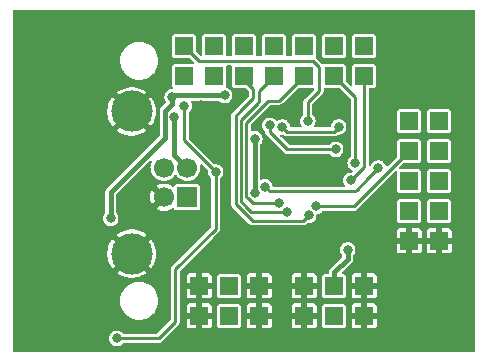
<source format=gbr>
%TF.GenerationSoftware,KiCad,Pcbnew,6.0.11+dfsg-1~bpo11+1*%
%TF.CreationDate,2023-05-27T23:36:06+00:00*%
%TF.ProjectId,USB232R02,55534232-3332-4523-9032-2e6b69636164,rev?*%
%TF.SameCoordinates,PX7f790e8PY698c050*%
%TF.FileFunction,Copper,L1,Top*%
%TF.FilePolarity,Positive*%
%FSLAX46Y46*%
G04 Gerber Fmt 4.6, Leading zero omitted, Abs format (unit mm)*
G04 Created by KiCad (PCBNEW 6.0.11+dfsg-1~bpo11+1) date 2023-05-27 23:36:06*
%MOMM*%
%LPD*%
G01*
G04 APERTURE LIST*
%TA.AperFunction,ComponentPad*%
%ADD10R,1.700000X1.700000*%
%TD*%
%TA.AperFunction,ComponentPad*%
%ADD11C,1.700000*%
%TD*%
%TA.AperFunction,ComponentPad*%
%ADD12C,3.500000*%
%TD*%
%TA.AperFunction,ComponentPad*%
%ADD13R,1.524000X1.524000*%
%TD*%
%TA.AperFunction,ComponentPad*%
%ADD14C,6.000000*%
%TD*%
%TA.AperFunction,ViaPad*%
%ADD15C,0.800000*%
%TD*%
%TA.AperFunction,Conductor*%
%ADD16C,0.400000*%
%TD*%
%TA.AperFunction,Conductor*%
%ADD17C,0.250000*%
%TD*%
G04 APERTURE END LIST*
D10*
%TO.P,J1,1,VBUS*%
%TO.N,/VBUS*%
X10414000Y8763000D03*
D11*
%TO.P,J1,2,D-*%
%TO.N,/D-*%
X10414000Y11263000D03*
%TO.P,J1,3,D+*%
%TO.N,/D+*%
X8414000Y11263000D03*
%TO.P,J1,4,GND*%
%TO.N,GND*%
X8414000Y8763000D03*
D12*
%TO.P,J1,5,Shield*%
X5704000Y3993000D03*
X5704000Y16033000D03*
%TD*%
D13*
%TO.P,J17,1*%
%TO.N,GND*%
X29210000Y5080000D03*
%TO.P,J17,2*%
X31750000Y5080000D03*
%TD*%
%TO.P,J6,1*%
%TO.N,/RXD*%
X29210000Y12700000D03*
%TO.P,J6,2*%
X31750000Y12700000D03*
%TD*%
%TO.P,J5,1*%
%TO.N,/TXD*%
X29210000Y15240000D03*
%TO.P,J5,2*%
X31750000Y15240000D03*
%TD*%
%TO.P,J12,1*%
%TO.N,/#RI*%
X15240000Y19050000D03*
%TO.P,J12,2*%
X15240000Y21590000D03*
%TD*%
%TO.P,J3,1*%
%TO.N,GND*%
X20320000Y-1270000D03*
%TO.P,J3,2*%
X20320000Y1270000D03*
%TO.P,J3,3*%
%TO.N,+3V3*%
X22860000Y-1270000D03*
%TO.P,J3,4*%
X22860000Y1270000D03*
%TO.P,J3,5*%
%TO.N,GND*%
X25400000Y-1270000D03*
%TO.P,J3,6*%
X25400000Y1270000D03*
%TD*%
%TO.P,J14,1*%
%TO.N,/RXLED{slash}CBUS1*%
X10160000Y21590000D03*
%TD*%
%TO.P,J13,1*%
%TO.N,/CBUS0*%
X12700000Y21590000D03*
%TD*%
%TO.P,J8,1*%
%TO.N,/#CTS*%
X29210000Y10160000D03*
%TO.P,J8,2*%
X31750000Y10160000D03*
%TD*%
%TO.P,J15,1*%
%TO.N,/TXLED{slash}CBUS2*%
X10160000Y19050000D03*
%TD*%
%TO.P,J10,1*%
%TO.N,/#DSR*%
X17780000Y19050000D03*
%TO.P,J10,2*%
X17780000Y21590000D03*
%TD*%
%TO.P,J7,1*%
%TO.N,/#RTS*%
X29210000Y7620000D03*
%TO.P,J7,2*%
X31750000Y7620000D03*
%TD*%
%TO.P,J16,1*%
%TO.N,/CBUS3*%
X12700000Y19050000D03*
%TD*%
%TO.P,J4,1*%
%TO.N,/VCCIO*%
X25400000Y19050000D03*
%TO.P,J4,2*%
X25400000Y21590000D03*
%TD*%
%TO.P,J11,1*%
%TO.N,/#DCD*%
X20320000Y19050000D03*
%TO.P,J11,2*%
X20320000Y21590000D03*
%TD*%
%TO.P,J9,1*%
%TO.N,/#DTR*%
X22860000Y19050000D03*
%TO.P,J9,2*%
X22860000Y21590000D03*
%TD*%
%TO.P,J2,1*%
%TO.N,GND*%
X11430000Y-1270000D03*
%TO.P,J2,2*%
X11430000Y1270000D03*
%TO.P,J2,3*%
%TO.N,+5V*%
X13970000Y-1270000D03*
%TO.P,J2,4*%
X13970000Y1270000D03*
%TO.P,J2,5*%
%TO.N,GND*%
X16510000Y-1270000D03*
%TO.P,J2,6*%
X16510000Y1270000D03*
%TD*%
D14*
%TO.P,H3,1,1*%
%TO.N,GND*%
X0Y0D03*
%TD*%
%TO.P,H4,1,1*%
%TO.N,GND*%
X30480000Y0D03*
%TD*%
%TO.P,H1,1,1*%
%TO.N,GND*%
X30480000Y20320000D03*
%TD*%
%TO.P,H2,1,1*%
%TO.N,GND*%
X0Y20320000D03*
%TD*%
D15*
%TO.N,GND*%
X23749000Y13716000D03*
X26416000Y6604000D03*
X11557000Y16599000D03*
X13589000Y12192000D03*
X14605000Y4445000D03*
X15835000Y23974000D03*
X9144000Y6223000D03*
X27178000Y3048000D03*
X14635000Y23974000D03*
X22535000Y6574000D03*
X10287000Y6223000D03*
X26416000Y4191000D03*
X13970000Y5715000D03*
X13208000Y4699000D03*
X14351000Y16730010D03*
X18510092Y16288119D03*
X15240000Y5334000D03*
X9779000Y5080000D03*
X14605000Y6604000D03*
%TO.N,+5V*%
X9135000Y17274000D03*
X3937000Y6985000D03*
X13589000Y17399000D03*
%TO.N,+3V3*%
X24003000Y4318000D03*
X16133652Y13720653D03*
X16129000Y9144000D03*
%TO.N,/VCCIO*%
X24257000Y10205000D03*
%TO.N,/D-*%
X9335000Y15574000D03*
%TO.N,/RXD*%
X21341186Y8007223D03*
%TO.N,/#CTS*%
X26598966Y11256339D03*
X16986495Y9658497D03*
%TO.N,/#DTR*%
X24638000Y11655000D03*
%TO.N,/#DSR*%
X18868108Y7547892D03*
%TO.N,/#DCD*%
X18161000Y8255000D03*
%TO.N,/#RI*%
X20701000Y7239000D03*
%TO.N,/RXLED{slash}CBUS1*%
X20631821Y15216383D03*
%TO.N,/TXLED{slash}CBUS2*%
X4445000Y-3175000D03*
X12827000Y10922000D03*
X10160000Y16510000D03*
%TO.N,/CBUS3*%
X22987000Y12827000D03*
X17399000Y14859000D03*
%TO.N,Net-(R1-Pad2)*%
X23241000Y14732000D03*
X18460000Y14732000D03*
%TD*%
D16*
%TO.N,+5V*%
X3937000Y9176000D02*
X8535000Y13774000D01*
X9135000Y17274000D02*
X9260000Y17399000D01*
X8535000Y16074000D02*
X9135000Y16674000D01*
X10924000Y17399000D02*
X13589000Y17399000D01*
X9260000Y17399000D02*
X10924000Y17399000D01*
X8535000Y13774000D02*
X8535000Y16074000D01*
X3937000Y6985000D02*
X3937000Y9176000D01*
X9135000Y16674000D02*
X9135000Y17274000D01*
%TO.N,+3V3*%
X22860000Y2399000D02*
X22860000Y1270000D01*
X24003000Y4318000D02*
X24003000Y3542000D01*
X16133652Y13720653D02*
X16133652Y9148652D01*
X16133652Y9148652D02*
X16129000Y9144000D01*
X24003000Y3542000D02*
X22860000Y2399000D01*
D17*
%TO.N,/VCCIO*%
X25400000Y11343998D02*
X24261002Y10205000D01*
X24261002Y10205000D02*
X24257000Y10205000D01*
X25400000Y19050000D02*
X25400000Y11343998D01*
D16*
%TO.N,/D-*%
X9335000Y15574000D02*
X9335000Y12342000D01*
X9335000Y12342000D02*
X10414000Y11263000D01*
D17*
%TO.N,/RXD*%
X24638000Y8128000D02*
X24765000Y8255000D01*
X21341186Y8007223D02*
X24517223Y8007223D01*
X24765000Y8255000D02*
X29210000Y12700000D01*
X24517223Y8007223D02*
X24765000Y8255000D01*
%TO.N,/#CTS*%
X25756627Y10414000D02*
X25756627Y10389627D01*
X25756627Y10389627D02*
X24765000Y9398000D01*
X17386494Y9258498D02*
X24625498Y9258498D01*
X24625498Y9258498D02*
X24765000Y9398000D01*
X25756627Y10414000D02*
X26598966Y11256339D01*
X16986495Y9658497D02*
X17386494Y9258498D01*
%TO.N,/#DTR*%
X24638000Y11655000D02*
X24638000Y17272000D01*
X24638000Y17272000D02*
X22860000Y19050000D01*
%TO.N,/#DSR*%
X14953989Y8668011D02*
X14953989Y9879599D01*
X16510000Y16891000D02*
X16319500Y16700500D01*
X15430500Y7937500D02*
X14953989Y8414011D01*
X17780000Y19050000D02*
X16510000Y17780000D01*
X14953989Y8414011D02*
X14953989Y8668011D01*
X15838001Y7529999D02*
X15430500Y7937500D01*
X18850215Y7529999D02*
X15838001Y7529999D01*
X16319500Y16700500D02*
X14953989Y15334989D01*
X14953989Y9879599D02*
X14953989Y15334989D01*
X18868108Y7547892D02*
X18850215Y7529999D01*
X16510000Y17780000D02*
X16510000Y16891000D01*
%TO.N,/#DCD*%
X15403999Y15076001D02*
X17282498Y16954500D01*
X15403999Y8799999D02*
X15403999Y10065999D01*
X17282498Y16954500D02*
X18224500Y16954500D01*
X15403999Y10065999D02*
X15403999Y15076001D01*
X18161000Y8255000D02*
X15948998Y8255000D01*
X15948998Y8255000D02*
X15530999Y8672999D01*
X18224500Y16954500D02*
X20320000Y19050000D01*
X15530999Y8672999D02*
X15403999Y8799999D01*
%TO.N,/#RI*%
X16002000Y17907000D02*
X16002000Y17145000D01*
X14503979Y9693199D02*
X14503979Y8610021D01*
X20231992Y6769992D02*
X15961599Y6769991D01*
X14503979Y15646979D02*
X14503979Y9693199D01*
X14503979Y8227611D02*
X14503979Y8610021D01*
X15240000Y19050000D02*
X15240000Y18669000D01*
X20701000Y7239000D02*
X20231992Y6769992D01*
X14986000Y16129000D02*
X14503979Y15646979D01*
X16002000Y17145000D02*
X14986000Y16129000D01*
X15961599Y6769991D02*
X14503979Y8227611D01*
X15240000Y18669000D02*
X16002000Y17907000D01*
%TO.N,/RXLED{slash}CBUS1*%
X21590000Y19763636D02*
X21033636Y20320000D01*
X11430000Y20320000D02*
X11247010Y20502990D01*
X11247010Y20502990D02*
X10160000Y21590000D01*
X21033636Y20320000D02*
X11430000Y20320000D01*
X20631821Y15216383D02*
X20631821Y16821821D01*
X20631821Y16821821D02*
X21590000Y17780000D01*
X21590000Y17780000D02*
X21590000Y19763636D01*
%TO.N,/TXLED{slash}CBUS2*%
X10160000Y16510000D02*
X10160000Y14351000D01*
X9398000Y2667000D02*
X12827000Y6096000D01*
X9398000Y-1778000D02*
X9398000Y2667000D01*
X4445000Y-3175000D02*
X8001000Y-3175000D01*
X10160000Y14351000D02*
X10160000Y13589000D01*
X10160000Y13589000D02*
X12827000Y10922000D01*
X8001000Y-3175000D02*
X9398000Y-1778000D01*
X12827000Y6096000D02*
X12827000Y10922000D01*
%TO.N,/CBUS3*%
X17399000Y14859000D02*
X17399000Y14293315D01*
X17399000Y14293315D02*
X18865315Y12827000D01*
X18865315Y12827000D02*
X22987000Y12827000D01*
%TO.N,Net-(R1-Pad2)*%
X18859999Y14332001D02*
X22841001Y14332001D01*
X22841001Y14332001D02*
X23241000Y14732000D01*
X18460000Y14732000D02*
X18859999Y14332001D01*
%TD*%
%TA.AperFunction,Conductor*%
%TO.N,GND*%
G36*
X34764691Y24626593D02*
G01*
X34800655Y24577093D01*
X34805500Y24546500D01*
X34805500Y-4226500D01*
X34786593Y-4284691D01*
X34737093Y-4320655D01*
X34706500Y-4325500D01*
X-4226500Y-4325500D01*
X-4284691Y-4306593D01*
X-4320655Y-4257093D01*
X-4325500Y-4226500D01*
X-4325500Y0D01*
X4740539Y0D01*
X4740844Y-3875D01*
X4757558Y-216243D01*
X4760354Y-251775D01*
X4761260Y-255548D01*
X4817018Y-487794D01*
X4819312Y-497351D01*
X4915960Y-730680D01*
X5047919Y-946017D01*
X5211939Y-1138061D01*
X5403983Y-1302081D01*
X5619320Y-1434040D01*
X5852649Y-1530688D01*
X5856423Y-1531594D01*
X5856426Y-1531595D01*
X5987470Y-1563056D01*
X6098225Y-1589646D01*
X6102090Y-1589950D01*
X6102095Y-1589951D01*
X6234601Y-1600379D01*
X6286964Y-1604500D01*
X6413036Y-1604500D01*
X6465399Y-1600379D01*
X6597905Y-1589951D01*
X6597910Y-1589950D01*
X6601775Y-1589646D01*
X6712530Y-1563056D01*
X6843574Y-1531595D01*
X6843577Y-1531594D01*
X6847351Y-1530688D01*
X7080680Y-1434040D01*
X7296017Y-1302081D01*
X7488061Y-1138061D01*
X7652081Y-946017D01*
X7784040Y-730680D01*
X7880688Y-497351D01*
X7882983Y-487794D01*
X7938740Y-255548D01*
X7939646Y-251775D01*
X7942443Y-216243D01*
X7959156Y-3875D01*
X7959461Y0D01*
X7942924Y210127D01*
X7939951Y247905D01*
X7939950Y247910D01*
X7939646Y251775D01*
X7885293Y478169D01*
X7881595Y493574D01*
X7881594Y493577D01*
X7880688Y497351D01*
X7784040Y730680D01*
X7652081Y946017D01*
X7488061Y1138061D01*
X7296017Y1302081D01*
X7080680Y1434040D01*
X6847351Y1530688D01*
X6843577Y1531594D01*
X6843574Y1531595D01*
X6712530Y1563056D01*
X6601775Y1589646D01*
X6597910Y1589950D01*
X6597905Y1589951D01*
X6465399Y1600379D01*
X6413036Y1604500D01*
X6286964Y1604500D01*
X6234601Y1600379D01*
X6102095Y1589951D01*
X6102090Y1589950D01*
X6098225Y1589646D01*
X5987470Y1563056D01*
X5856426Y1531595D01*
X5856423Y1531594D01*
X5852649Y1530688D01*
X5619320Y1434040D01*
X5403983Y1302081D01*
X5211939Y1138061D01*
X5047919Y946017D01*
X4915960Y730680D01*
X4819312Y497351D01*
X4818406Y493577D01*
X4818405Y493574D01*
X4814707Y478169D01*
X4760354Y251775D01*
X4760050Y247910D01*
X4760049Y247905D01*
X4757076Y210127D01*
X4740539Y0D01*
X-4325500Y0D01*
X-4325500Y2373274D01*
X4449313Y2373274D01*
X4449767Y2370403D01*
X4451962Y2367649D01*
X4493637Y2332804D01*
X4499082Y2328848D01*
X4730157Y2183894D01*
X4736073Y2180721D01*
X4984684Y2068470D01*
X4990994Y2066123D01*
X5252529Y1988653D01*
X5259091Y1987187D01*
X5528726Y1945926D01*
X5535432Y1945363D01*
X5808175Y1941079D01*
X5814880Y1941430D01*
X6085685Y1974201D01*
X6092284Y1975460D01*
X6356143Y2044682D01*
X6362505Y2046823D01*
X6614512Y2151208D01*
X6620547Y2154203D01*
X6856051Y2291821D01*
X6861617Y2295604D01*
X6950487Y2365287D01*
X6957926Y2376358D01*
X6957850Y2378433D01*
X6955192Y2382598D01*
X5715086Y3622704D01*
X5703203Y3628758D01*
X5698172Y3627962D01*
X4455367Y2385157D01*
X4449313Y2373274D01*
X-4325500Y2373274D01*
X-4325500Y4011148D01*
X3649517Y4011148D01*
X3665219Y3738829D01*
X3666062Y3732161D01*
X3718576Y3464489D01*
X3720318Y3457990D01*
X3808670Y3199934D01*
X3811281Y3193723D01*
X3933843Y2950036D01*
X3937268Y2944245D01*
X4074523Y2744539D01*
X4085106Y2736417D01*
X4085502Y2736407D01*
X4092154Y2740364D01*
X5333704Y3981914D01*
X5338946Y3992203D01*
X6068242Y3992203D01*
X6069038Y3987172D01*
X7311500Y2744710D01*
X7323383Y2738656D01*
X7324605Y2738849D01*
X7329444Y2742959D01*
X7436925Y2889277D01*
X7440523Y2894946D01*
X7570680Y3134667D01*
X7573481Y3140785D01*
X7669901Y3395950D01*
X7671843Y3402384D01*
X7732739Y3668270D01*
X7733792Y3674920D01*
X7758168Y3948055D01*
X7758359Y3951899D01*
X7758770Y3991062D01*
X7758658Y3994936D01*
X7740008Y4268502D01*
X7739095Y4275171D01*
X7683780Y4542275D01*
X7681971Y4548753D01*
X7590918Y4805879D01*
X7588248Y4812050D01*
X7463145Y5054433D01*
X7459653Y5060199D01*
X7332779Y5240723D01*
X7322111Y5248732D01*
X7321433Y5248742D01*
X7315199Y5244989D01*
X6074296Y4004086D01*
X6068242Y3992203D01*
X5338946Y3992203D01*
X5339758Y3993797D01*
X5338962Y3998828D01*
X4095994Y5241796D01*
X4084111Y5247850D01*
X4083164Y5247700D01*
X4077996Y5243262D01*
X3959619Y5078525D01*
X3956070Y5072800D01*
X3828435Y4831740D01*
X3825695Y4825586D01*
X3731956Y4569431D01*
X3730082Y4562983D01*
X3671969Y4296454D01*
X3670989Y4289817D01*
X3649588Y4017881D01*
X3649517Y4011148D01*
X-4325500Y4011148D01*
X-4325500Y5609830D01*
X4449949Y5609830D01*
X4450060Y5607481D01*
X4452485Y5603725D01*
X5692914Y4363296D01*
X5704797Y4357242D01*
X5709828Y4358038D01*
X6952176Y5600386D01*
X6958230Y5612269D01*
X6957819Y5614867D01*
X6955313Y5617978D01*
X6896914Y5665778D01*
X6891419Y5669682D01*
X6658851Y5812200D01*
X6652894Y5815315D01*
X6403118Y5924959D01*
X6396791Y5927236D01*
X6134467Y6001962D01*
X6127868Y6003364D01*
X5857833Y6041796D01*
X5851117Y6042290D01*
X5578339Y6043717D01*
X5571645Y6043296D01*
X5301207Y6007692D01*
X5294594Y6006359D01*
X5031506Y5934386D01*
X5025140Y5932169D01*
X4774250Y5825156D01*
X4768247Y5822097D01*
X4534201Y5682023D01*
X4528668Y5678178D01*
X4457273Y5620980D01*
X4449949Y5609830D01*
X-4325500Y5609830D01*
X-4325500Y6991904D01*
X3277729Y6991904D01*
X3278384Y6985971D01*
X3278384Y6985967D01*
X3286051Y6916527D01*
X3295113Y6834447D01*
X3302464Y6814359D01*
X3347501Y6691287D01*
X3347503Y6691283D01*
X3349553Y6685681D01*
X3437908Y6554195D01*
X3442319Y6550181D01*
X3442321Y6550179D01*
X3550661Y6451598D01*
X3555076Y6447581D01*
X3590309Y6428451D01*
X3689047Y6374840D01*
X3689049Y6374839D01*
X3694293Y6371992D01*
X3700067Y6370477D01*
X3700070Y6370476D01*
X3841743Y6333309D01*
X3847522Y6331793D01*
X3853491Y6331699D01*
X3853493Y6331699D01*
X3911502Y6330788D01*
X4005916Y6329305D01*
X4016779Y6331793D01*
X4154509Y6363337D01*
X4154512Y6363338D01*
X4160332Y6364671D01*
X4174889Y6371992D01*
X4231614Y6400522D01*
X4301855Y6435849D01*
X4422314Y6538731D01*
X4514755Y6667376D01*
X4517626Y6674516D01*
X4571618Y6808826D01*
X4571619Y6808828D01*
X4573842Y6814359D01*
X4575807Y6828167D01*
X4595706Y6967986D01*
X4595706Y6967992D01*
X4596162Y6971193D01*
X4596307Y6985000D01*
X4577276Y7142267D01*
X4572645Y7154524D01*
X4523390Y7284870D01*
X4521280Y7290454D01*
X4508570Y7308947D01*
X4434933Y7416091D01*
X4434930Y7416094D01*
X4431553Y7421008D01*
X4424644Y7427164D01*
X4423609Y7428934D01*
X4423151Y7429454D01*
X4423253Y7429544D01*
X4393773Y7479988D01*
X4391500Y7501082D01*
X4391500Y7789160D01*
X7805199Y7789160D01*
X7805206Y7789115D01*
X7810729Y7782900D01*
X7859141Y7750552D01*
X7867091Y7746236D01*
X8052929Y7666394D01*
X8061540Y7663596D01*
X8258826Y7618956D01*
X8267785Y7617776D01*
X8469911Y7609834D01*
X8478938Y7610308D01*
X8679115Y7639332D01*
X8687914Y7641444D01*
X8879450Y7706462D01*
X8887714Y7710142D01*
X9064194Y7808974D01*
X9071646Y7814096D01*
X9160400Y7887912D01*
X9217230Y7910585D01*
X9276533Y7895524D01*
X9315657Y7848482D01*
X9320803Y7831111D01*
X9322364Y7823264D01*
X9324266Y7813699D01*
X9380516Y7729516D01*
X9464699Y7673266D01*
X9474262Y7671364D01*
X9474264Y7671363D01*
X9499247Y7666394D01*
X9538933Y7658500D01*
X10413819Y7658500D01*
X11289066Y7658501D01*
X11293832Y7659449D01*
X11293833Y7659449D01*
X11353738Y7671364D01*
X11363301Y7673266D01*
X11447484Y7729516D01*
X11503734Y7813699D01*
X11507198Y7831111D01*
X11511794Y7854219D01*
X11518500Y7887933D01*
X11518499Y9638066D01*
X11503734Y9712301D01*
X11447484Y9796484D01*
X11363301Y9852734D01*
X11353738Y9854636D01*
X11353736Y9854637D01*
X11322819Y9860786D01*
X11289067Y9867500D01*
X10414181Y9867500D01*
X9538934Y9867499D01*
X9534168Y9866551D01*
X9534167Y9866551D01*
X9487116Y9857193D01*
X9464699Y9852734D01*
X9380516Y9796484D01*
X9324266Y9712301D01*
X9322364Y9702738D01*
X9322364Y9702737D01*
X9321023Y9695997D01*
X9291126Y9642614D01*
X9235560Y9616998D01*
X9175551Y9628935D01*
X9156724Y9642614D01*
X9120405Y9676186D01*
X9113240Y9681685D01*
X8942163Y9789626D01*
X8934110Y9793729D01*
X8746229Y9868686D01*
X8737571Y9871251D01*
X8539177Y9910714D01*
X8530184Y9911659D01*
X8327924Y9914308D01*
X8318909Y9913598D01*
X8119559Y9879343D01*
X8110823Y9877002D01*
X7921050Y9806991D01*
X7912887Y9803098D01*
X7813646Y9744056D01*
X7805389Y9734641D01*
X7810085Y9726125D01*
X8703206Y8833004D01*
X8730983Y8778487D01*
X8721412Y8718055D01*
X8703206Y8692996D01*
X7811253Y7801043D01*
X7805199Y7789160D01*
X4391500Y7789160D01*
X4391500Y8788704D01*
X7259766Y8788704D01*
X7272995Y8586856D01*
X7274408Y8577935D01*
X7324200Y8381879D01*
X7327220Y8373351D01*
X7411903Y8189661D01*
X7416424Y8181830D01*
X7431058Y8161123D01*
X7441745Y8153143D01*
X7442494Y8153133D01*
X7448625Y8156835D01*
X8043704Y8751914D01*
X8049758Y8763797D01*
X8048962Y8768828D01*
X7449717Y9368073D01*
X7439360Y9373350D01*
X7431485Y9365577D01*
X7349098Y9208983D01*
X7345643Y9200642D01*
X7285658Y9007462D01*
X7283777Y8998612D01*
X7260002Y8797737D01*
X7259766Y8788704D01*
X4391500Y8788704D01*
X4391500Y8946732D01*
X4410407Y9004923D01*
X4420496Y9016736D01*
X7258498Y11854738D01*
X7313015Y11882515D01*
X7373447Y11872944D01*
X7416712Y11829679D01*
X7426283Y11769247D01*
X7416116Y11738638D01*
X7391906Y11692622D01*
X7389203Y11687485D01*
X7378962Y11654504D01*
X7352325Y11568717D01*
X7329007Y11493622D01*
X7328473Y11489112D01*
X7328473Y11489111D01*
X7306812Y11306092D01*
X7305148Y11292036D01*
X7309270Y11229148D01*
X7317020Y11110903D01*
X7318424Y11089478D01*
X7319540Y11085085D01*
X7319540Y11085083D01*
X7361779Y10918768D01*
X7368392Y10892731D01*
X7370294Y10888606D01*
X7370294Y10888605D01*
X7424305Y10771447D01*
X7453377Y10708384D01*
X7570533Y10542611D01*
X7715938Y10400965D01*
X7884720Y10288188D01*
X8071228Y10208058D01*
X8142499Y10191931D01*
X8264790Y10164259D01*
X8264795Y10164258D01*
X8269216Y10163258D01*
X8370634Y10159273D01*
X8467520Y10155466D01*
X8467521Y10155466D01*
X8472053Y10155288D01*
X8572499Y10169852D01*
X8668451Y10183764D01*
X8668455Y10183765D01*
X8672945Y10184416D01*
X8726740Y10202677D01*
X8860868Y10248207D01*
X8860871Y10248209D01*
X8865165Y10249666D01*
X8890768Y10264004D01*
X9038317Y10346636D01*
X9042276Y10348853D01*
X9198345Y10478655D01*
X9208775Y10491195D01*
X9282432Y10579758D01*
X9328147Y10634724D01*
X9330364Y10638684D01*
X9332936Y10642425D01*
X9334053Y10641657D01*
X9374790Y10679312D01*
X9435552Y10686502D01*
X9488935Y10656604D01*
X9497078Y10646549D01*
X9517447Y10617727D01*
X9567917Y10546313D01*
X9570533Y10542611D01*
X9715938Y10400965D01*
X9884720Y10288188D01*
X10071228Y10208058D01*
X10142499Y10191931D01*
X10264790Y10164259D01*
X10264795Y10164258D01*
X10269216Y10163258D01*
X10370634Y10159273D01*
X10467520Y10155466D01*
X10467521Y10155466D01*
X10472053Y10155288D01*
X10572499Y10169852D01*
X10668451Y10183764D01*
X10668455Y10183765D01*
X10672945Y10184416D01*
X10726740Y10202677D01*
X10860868Y10248207D01*
X10860871Y10248209D01*
X10865165Y10249666D01*
X10890768Y10264004D01*
X11038317Y10346636D01*
X11042276Y10348853D01*
X11198345Y10478655D01*
X11208775Y10491195D01*
X11282432Y10579758D01*
X11328147Y10634724D01*
X11427334Y10811835D01*
X11431110Y10822957D01*
X11491125Y10999757D01*
X11492584Y11004055D01*
X11493610Y11011125D01*
X11521292Y11202048D01*
X11521292Y11202054D01*
X11521712Y11204947D01*
X11522282Y11226686D01*
X11523156Y11260087D01*
X11523156Y11260092D01*
X11523232Y11263000D01*
X11522966Y11265892D01*
X11522966Y11265901D01*
X11505179Y11459476D01*
X11518683Y11519152D01*
X11564685Y11559494D01*
X11625613Y11565093D01*
X11673768Y11538538D01*
X12146664Y11065642D01*
X12174441Y11011125D01*
X12174813Y10982717D01*
X12170867Y10952743D01*
X12167729Y10928904D01*
X12168384Y10922971D01*
X12168384Y10922967D01*
X12175433Y10859122D01*
X12185113Y10771447D01*
X12191849Y10753039D01*
X12237501Y10628287D01*
X12237503Y10628283D01*
X12239553Y10622681D01*
X12327908Y10491195D01*
X12332319Y10487181D01*
X12332321Y10487179D01*
X12415128Y10411831D01*
X12445443Y10358683D01*
X12447500Y10338607D01*
X12447500Y6294202D01*
X12428593Y6236011D01*
X12418504Y6224198D01*
X9165746Y2971440D01*
X9149445Y2958277D01*
X9139060Y2951571D01*
X9133996Y2945147D01*
X9117288Y2923953D01*
X9111852Y2917835D01*
X9110249Y2915943D01*
X9107362Y2913056D01*
X9104987Y2909732D01*
X9095773Y2896839D01*
X9092973Y2893109D01*
X9060844Y2852353D01*
X9058317Y2845156D01*
X9056927Y2842481D01*
X9052486Y2836266D01*
X9050142Y2828428D01*
X9037615Y2786541D01*
X9036174Y2782106D01*
X9021209Y2739490D01*
X9018982Y2733149D01*
X9018500Y2727584D01*
X9018500Y2725441D01*
X9018452Y2724327D01*
X9018232Y2721726D01*
X9016287Y2715222D01*
X9016608Y2707046D01*
X9016608Y2707044D01*
X9018424Y2660830D01*
X9018500Y2656943D01*
X9018500Y-1579798D01*
X8999593Y-1637989D01*
X8989504Y-1649802D01*
X7872802Y-2766504D01*
X7818285Y-2794281D01*
X7802798Y-2795500D01*
X5030476Y-2795500D01*
X4972285Y-2776593D01*
X4948892Y-2752580D01*
X4939553Y-2738992D01*
X4821275Y-2633611D01*
X4816004Y-2630820D01*
X4686548Y-2562276D01*
X4686545Y-2562275D01*
X4681274Y-2559484D01*
X4604453Y-2540188D01*
X4533423Y-2522346D01*
X4533420Y-2522346D01*
X4527633Y-2520892D01*
X4447693Y-2520473D01*
X4375187Y-2520093D01*
X4375185Y-2520093D01*
X4369221Y-2520062D01*
X4215184Y-2557043D01*
X4142024Y-2594804D01*
X4079720Y-2626961D01*
X4079718Y-2626963D01*
X4074414Y-2629700D01*
X3955039Y-2733838D01*
X3863950Y-2863444D01*
X3806406Y-3011037D01*
X3785729Y-3168096D01*
X3803113Y-3325553D01*
X3805165Y-3331160D01*
X3855501Y-3468713D01*
X3855503Y-3468717D01*
X3857553Y-3474319D01*
X3945908Y-3605805D01*
X3950319Y-3609819D01*
X3950321Y-3609821D01*
X4058661Y-3708402D01*
X4063076Y-3712419D01*
X4077536Y-3720270D01*
X4197047Y-3785160D01*
X4197049Y-3785161D01*
X4202293Y-3788008D01*
X4208067Y-3789523D01*
X4208070Y-3789524D01*
X4349743Y-3826691D01*
X4355522Y-3828207D01*
X4361491Y-3828301D01*
X4361493Y-3828301D01*
X4419502Y-3829212D01*
X4513916Y-3830695D01*
X4524779Y-3828207D01*
X4662509Y-3796663D01*
X4662512Y-3796662D01*
X4668332Y-3795329D01*
X4682889Y-3788008D01*
X4804518Y-3726835D01*
X4809855Y-3724151D01*
X4887972Y-3657432D01*
X4925774Y-3625147D01*
X4925776Y-3625145D01*
X4930314Y-3621269D01*
X4948666Y-3595730D01*
X4997974Y-3559507D01*
X5029061Y-3554500D01*
X7949953Y-3554500D01*
X7970791Y-3556718D01*
X7974876Y-3557598D01*
X7974879Y-3557598D01*
X7982876Y-3559320D01*
X8017804Y-3555186D01*
X8025969Y-3554705D01*
X8028446Y-3554500D01*
X8032524Y-3554500D01*
X8044597Y-3552490D01*
X8052182Y-3551228D01*
X8056801Y-3550570D01*
X8085398Y-3547185D01*
X8108341Y-3544470D01*
X8115223Y-3541165D01*
X8118092Y-3540258D01*
X8125626Y-3539004D01*
X8171304Y-3514358D01*
X8175454Y-3512243D01*
X8216615Y-3492478D01*
X8222232Y-3489781D01*
X8226508Y-3486186D01*
X8228009Y-3484685D01*
X8228854Y-3483910D01*
X8230842Y-3482232D01*
X8236814Y-3479010D01*
X8273747Y-3439056D01*
X8276440Y-3436254D01*
X9630254Y-2082440D01*
X9641153Y-2073639D01*
X10368000Y-2073639D01*
X10368346Y-2079485D01*
X10370234Y-2095353D01*
X10374128Y-2109519D01*
X10412770Y-2196514D01*
X10422946Y-2211321D01*
X10489108Y-2277367D01*
X10503931Y-2287517D01*
X10590980Y-2326000D01*
X10605185Y-2329873D01*
X10620580Y-2331668D01*
X10626292Y-2332000D01*
X11160320Y-2332000D01*
X11173005Y-2327878D01*
X11176000Y-2323757D01*
X11176000Y-2316320D01*
X11684000Y-2316320D01*
X11688122Y-2329005D01*
X11692243Y-2332000D01*
X12233639Y-2332000D01*
X12239485Y-2331654D01*
X12255353Y-2329766D01*
X12269519Y-2325872D01*
X12356514Y-2287230D01*
X12371321Y-2277054D01*
X12437367Y-2210892D01*
X12447517Y-2196069D01*
X12486000Y-2109020D01*
X12489873Y-2094815D01*
X12491668Y-2079420D01*
X12492000Y-2073708D01*
X12492000Y-1539680D01*
X12487878Y-1526995D01*
X12483757Y-1524000D01*
X11699680Y-1524000D01*
X11686995Y-1528122D01*
X11684000Y-1532243D01*
X11684000Y-2316320D01*
X11176000Y-2316320D01*
X11176000Y-1539680D01*
X11171878Y-1526995D01*
X11167757Y-1524000D01*
X10383680Y-1524000D01*
X10370995Y-1528122D01*
X10368000Y-1532243D01*
X10368000Y-2073639D01*
X9641153Y-2073639D01*
X9646555Y-2069277D01*
X9656940Y-2062571D01*
X9678712Y-2034953D01*
X9684160Y-2028822D01*
X9685757Y-2026937D01*
X9688638Y-2024056D01*
X9691010Y-2020737D01*
X9700242Y-2007819D01*
X9703041Y-2004092D01*
X9730088Y-1969782D01*
X9735156Y-1963353D01*
X9737685Y-1956152D01*
X9739074Y-1953478D01*
X9743513Y-1947266D01*
X9758383Y-1897547D01*
X9759824Y-1893113D01*
X9774955Y-1850025D01*
X9774956Y-1850021D01*
X9777018Y-1844149D01*
X9777500Y-1838584D01*
X9777500Y-1836441D01*
X9777548Y-1835327D01*
X9777768Y-1832726D01*
X9779713Y-1826222D01*
X9777576Y-1771830D01*
X9777500Y-1767943D01*
X9777500Y-1000320D01*
X10368000Y-1000320D01*
X10372122Y-1013005D01*
X10376243Y-1016000D01*
X11160320Y-1016000D01*
X11173005Y-1011878D01*
X11176000Y-1007757D01*
X11176000Y-1000320D01*
X11684000Y-1000320D01*
X11688122Y-1013005D01*
X11692243Y-1016000D01*
X12476320Y-1016000D01*
X12489005Y-1011878D01*
X12492000Y-1007757D01*
X12492000Y-482933D01*
X12953500Y-482933D01*
X12953501Y-2057066D01*
X12968266Y-2131301D01*
X13024516Y-2215484D01*
X13108699Y-2271734D01*
X13118262Y-2273636D01*
X13118264Y-2273637D01*
X13149181Y-2279786D01*
X13182933Y-2286500D01*
X13969838Y-2286500D01*
X14757066Y-2286499D01*
X14761832Y-2285551D01*
X14761833Y-2285551D01*
X14821738Y-2273636D01*
X14831301Y-2271734D01*
X14915484Y-2215484D01*
X14971734Y-2131301D01*
X14978885Y-2095353D01*
X14983190Y-2073708D01*
X14983204Y-2073639D01*
X15448000Y-2073639D01*
X15448346Y-2079485D01*
X15450234Y-2095353D01*
X15454128Y-2109519D01*
X15492770Y-2196514D01*
X15502946Y-2211321D01*
X15569108Y-2277367D01*
X15583931Y-2287517D01*
X15670980Y-2326000D01*
X15685185Y-2329873D01*
X15700580Y-2331668D01*
X15706292Y-2332000D01*
X16240320Y-2332000D01*
X16253005Y-2327878D01*
X16256000Y-2323757D01*
X16256000Y-2316320D01*
X16764000Y-2316320D01*
X16768122Y-2329005D01*
X16772243Y-2332000D01*
X17313639Y-2332000D01*
X17319485Y-2331654D01*
X17335353Y-2329766D01*
X17349519Y-2325872D01*
X17436514Y-2287230D01*
X17451321Y-2277054D01*
X17517367Y-2210892D01*
X17527517Y-2196069D01*
X17566000Y-2109020D01*
X17569873Y-2094815D01*
X17571668Y-2079420D01*
X17572000Y-2073708D01*
X17572000Y-2073639D01*
X19258000Y-2073639D01*
X19258346Y-2079485D01*
X19260234Y-2095353D01*
X19264128Y-2109519D01*
X19302770Y-2196514D01*
X19312946Y-2211321D01*
X19379108Y-2277367D01*
X19393931Y-2287517D01*
X19480980Y-2326000D01*
X19495185Y-2329873D01*
X19510580Y-2331668D01*
X19516292Y-2332000D01*
X20050320Y-2332000D01*
X20063005Y-2327878D01*
X20066000Y-2323757D01*
X20066000Y-2316320D01*
X20574000Y-2316320D01*
X20578122Y-2329005D01*
X20582243Y-2332000D01*
X21123639Y-2332000D01*
X21129485Y-2331654D01*
X21145353Y-2329766D01*
X21159519Y-2325872D01*
X21246514Y-2287230D01*
X21261321Y-2277054D01*
X21327367Y-2210892D01*
X21337517Y-2196069D01*
X21376000Y-2109020D01*
X21379873Y-2094815D01*
X21381668Y-2079420D01*
X21382000Y-2073708D01*
X21382000Y-1539680D01*
X21377878Y-1526995D01*
X21373757Y-1524000D01*
X20589680Y-1524000D01*
X20576995Y-1528122D01*
X20574000Y-1532243D01*
X20574000Y-2316320D01*
X20066000Y-2316320D01*
X20066000Y-1539680D01*
X20061878Y-1526995D01*
X20057757Y-1524000D01*
X19273680Y-1524000D01*
X19260995Y-1528122D01*
X19258000Y-1532243D01*
X19258000Y-2073639D01*
X17572000Y-2073639D01*
X17572000Y-1539680D01*
X17567878Y-1526995D01*
X17563757Y-1524000D01*
X16779680Y-1524000D01*
X16766995Y-1528122D01*
X16764000Y-1532243D01*
X16764000Y-2316320D01*
X16256000Y-2316320D01*
X16256000Y-1539680D01*
X16251878Y-1526995D01*
X16247757Y-1524000D01*
X15463680Y-1524000D01*
X15450995Y-1528122D01*
X15448000Y-1532243D01*
X15448000Y-2073639D01*
X14983204Y-2073639D01*
X14986500Y-2057067D01*
X14986499Y-1000320D01*
X15448000Y-1000320D01*
X15452122Y-1013005D01*
X15456243Y-1016000D01*
X16240320Y-1016000D01*
X16253005Y-1011878D01*
X16256000Y-1007757D01*
X16256000Y-1000320D01*
X16764000Y-1000320D01*
X16768122Y-1013005D01*
X16772243Y-1016000D01*
X17556320Y-1016000D01*
X17569005Y-1011878D01*
X17572000Y-1007757D01*
X17572000Y-1000320D01*
X19258000Y-1000320D01*
X19262122Y-1013005D01*
X19266243Y-1016000D01*
X20050320Y-1016000D01*
X20063005Y-1011878D01*
X20066000Y-1007757D01*
X20066000Y-1000320D01*
X20574000Y-1000320D01*
X20578122Y-1013005D01*
X20582243Y-1016000D01*
X21366320Y-1016000D01*
X21379005Y-1011878D01*
X21382000Y-1007757D01*
X21382000Y-482933D01*
X21843500Y-482933D01*
X21843501Y-2057066D01*
X21858266Y-2131301D01*
X21914516Y-2215484D01*
X21998699Y-2271734D01*
X22008262Y-2273636D01*
X22008264Y-2273637D01*
X22039181Y-2279786D01*
X22072933Y-2286500D01*
X22859838Y-2286500D01*
X23647066Y-2286499D01*
X23651832Y-2285551D01*
X23651833Y-2285551D01*
X23711738Y-2273636D01*
X23721301Y-2271734D01*
X23805484Y-2215484D01*
X23861734Y-2131301D01*
X23868885Y-2095353D01*
X23873190Y-2073708D01*
X23873204Y-2073639D01*
X24338000Y-2073639D01*
X24338346Y-2079485D01*
X24340234Y-2095353D01*
X24344128Y-2109519D01*
X24382770Y-2196514D01*
X24392946Y-2211321D01*
X24459108Y-2277367D01*
X24473931Y-2287517D01*
X24560980Y-2326000D01*
X24575185Y-2329873D01*
X24590580Y-2331668D01*
X24596292Y-2332000D01*
X25130320Y-2332000D01*
X25143005Y-2327878D01*
X25146000Y-2323757D01*
X25146000Y-2316320D01*
X25654000Y-2316320D01*
X25658122Y-2329005D01*
X25662243Y-2332000D01*
X26203639Y-2332000D01*
X26209485Y-2331654D01*
X26225353Y-2329766D01*
X26239519Y-2325872D01*
X26326514Y-2287230D01*
X26341321Y-2277054D01*
X26407367Y-2210892D01*
X26417517Y-2196069D01*
X26456000Y-2109020D01*
X26459873Y-2094815D01*
X26461668Y-2079420D01*
X26462000Y-2073708D01*
X26462000Y-1539680D01*
X26457878Y-1526995D01*
X26453757Y-1524000D01*
X25669680Y-1524000D01*
X25656995Y-1528122D01*
X25654000Y-1532243D01*
X25654000Y-2316320D01*
X25146000Y-2316320D01*
X25146000Y-1539680D01*
X25141878Y-1526995D01*
X25137757Y-1524000D01*
X24353680Y-1524000D01*
X24340995Y-1528122D01*
X24338000Y-1532243D01*
X24338000Y-2073639D01*
X23873204Y-2073639D01*
X23876500Y-2057067D01*
X23876499Y-1000320D01*
X24338000Y-1000320D01*
X24342122Y-1013005D01*
X24346243Y-1016000D01*
X25130320Y-1016000D01*
X25143005Y-1011878D01*
X25146000Y-1007757D01*
X25146000Y-1000320D01*
X25654000Y-1000320D01*
X25658122Y-1013005D01*
X25662243Y-1016000D01*
X26446320Y-1016000D01*
X26459005Y-1011878D01*
X26462000Y-1007757D01*
X26462000Y-466361D01*
X26461654Y-460515D01*
X26459766Y-444647D01*
X26455872Y-430481D01*
X26417230Y-343486D01*
X26407054Y-328679D01*
X26340891Y-262632D01*
X26326069Y-252483D01*
X26239020Y-214000D01*
X26224815Y-210127D01*
X26209420Y-208332D01*
X26203708Y-208000D01*
X25669680Y-208000D01*
X25656995Y-212122D01*
X25654000Y-216243D01*
X25654000Y-1000320D01*
X25146000Y-1000320D01*
X25146000Y-223680D01*
X25141878Y-210995D01*
X25137757Y-208000D01*
X24596361Y-208000D01*
X24590515Y-208346D01*
X24574647Y-210234D01*
X24560481Y-214128D01*
X24473486Y-252770D01*
X24458679Y-262946D01*
X24392633Y-329108D01*
X24382483Y-343931D01*
X24344000Y-430980D01*
X24340127Y-445185D01*
X24338332Y-460580D01*
X24338000Y-466292D01*
X24338000Y-1000320D01*
X23876499Y-1000320D01*
X23876499Y-482934D01*
X23861734Y-408699D01*
X23805484Y-324516D01*
X23721301Y-268266D01*
X23711738Y-266364D01*
X23711736Y-266363D01*
X23680819Y-260214D01*
X23647067Y-253500D01*
X22860163Y-253500D01*
X22072934Y-253501D01*
X22068168Y-254449D01*
X22068167Y-254449D01*
X22062642Y-255548D01*
X21998699Y-268266D01*
X21914516Y-324516D01*
X21858266Y-408699D01*
X21856364Y-418262D01*
X21856363Y-418264D01*
X21850214Y-449181D01*
X21843500Y-482933D01*
X21382000Y-482933D01*
X21382000Y-466361D01*
X21381654Y-460515D01*
X21379766Y-444647D01*
X21375872Y-430481D01*
X21337230Y-343486D01*
X21327054Y-328679D01*
X21260891Y-262632D01*
X21246069Y-252483D01*
X21159020Y-214000D01*
X21144815Y-210127D01*
X21129420Y-208332D01*
X21123708Y-208000D01*
X20589680Y-208000D01*
X20576995Y-212122D01*
X20574000Y-216243D01*
X20574000Y-1000320D01*
X20066000Y-1000320D01*
X20066000Y-223680D01*
X20061878Y-210995D01*
X20057757Y-208000D01*
X19516361Y-208000D01*
X19510515Y-208346D01*
X19494647Y-210234D01*
X19480481Y-214128D01*
X19393486Y-252770D01*
X19378679Y-262946D01*
X19312633Y-329108D01*
X19302483Y-343931D01*
X19264000Y-430980D01*
X19260127Y-445185D01*
X19258332Y-460580D01*
X19258000Y-466292D01*
X19258000Y-1000320D01*
X17572000Y-1000320D01*
X17572000Y-466361D01*
X17571654Y-460515D01*
X17569766Y-444647D01*
X17565872Y-430481D01*
X17527230Y-343486D01*
X17517054Y-328679D01*
X17450891Y-262632D01*
X17436069Y-252483D01*
X17349020Y-214000D01*
X17334815Y-210127D01*
X17319420Y-208332D01*
X17313708Y-208000D01*
X16779680Y-208000D01*
X16766995Y-212122D01*
X16764000Y-216243D01*
X16764000Y-1000320D01*
X16256000Y-1000320D01*
X16256000Y-223680D01*
X16251878Y-210995D01*
X16247757Y-208000D01*
X15706361Y-208000D01*
X15700515Y-208346D01*
X15684647Y-210234D01*
X15670481Y-214128D01*
X15583486Y-252770D01*
X15568679Y-262946D01*
X15502633Y-329108D01*
X15492483Y-343931D01*
X15454000Y-430980D01*
X15450127Y-445185D01*
X15448332Y-460580D01*
X15448000Y-466292D01*
X15448000Y-1000320D01*
X14986499Y-1000320D01*
X14986499Y-482934D01*
X14971734Y-408699D01*
X14915484Y-324516D01*
X14831301Y-268266D01*
X14821738Y-266364D01*
X14821736Y-266363D01*
X14790819Y-260214D01*
X14757067Y-253500D01*
X13970163Y-253500D01*
X13182934Y-253501D01*
X13178168Y-254449D01*
X13178167Y-254449D01*
X13172642Y-255548D01*
X13108699Y-268266D01*
X13024516Y-324516D01*
X12968266Y-408699D01*
X12966364Y-418262D01*
X12966363Y-418264D01*
X12960214Y-449181D01*
X12953500Y-482933D01*
X12492000Y-482933D01*
X12492000Y-466361D01*
X12491654Y-460515D01*
X12489766Y-444647D01*
X12485872Y-430481D01*
X12447230Y-343486D01*
X12437054Y-328679D01*
X12370891Y-262632D01*
X12356069Y-252483D01*
X12269020Y-214000D01*
X12254815Y-210127D01*
X12239420Y-208332D01*
X12233708Y-208000D01*
X11699680Y-208000D01*
X11686995Y-212122D01*
X11684000Y-216243D01*
X11684000Y-1000320D01*
X11176000Y-1000320D01*
X11176000Y-223680D01*
X11171878Y-210995D01*
X11167757Y-208000D01*
X10626361Y-208000D01*
X10620515Y-208346D01*
X10604647Y-210234D01*
X10590481Y-214128D01*
X10503486Y-252770D01*
X10488679Y-262946D01*
X10422633Y-329108D01*
X10412483Y-343931D01*
X10374000Y-430980D01*
X10370127Y-445185D01*
X10368332Y-460580D01*
X10368000Y-466292D01*
X10368000Y-1000320D01*
X9777500Y-1000320D01*
X9777500Y466361D01*
X10368000Y466361D01*
X10368346Y460515D01*
X10370234Y444647D01*
X10374128Y430481D01*
X10412770Y343486D01*
X10422946Y328679D01*
X10489108Y262633D01*
X10503931Y252483D01*
X10590980Y214000D01*
X10605185Y210127D01*
X10620580Y208332D01*
X10626292Y208000D01*
X11160320Y208000D01*
X11173005Y212122D01*
X11176000Y216243D01*
X11176000Y223680D01*
X11684000Y223680D01*
X11688122Y210995D01*
X11692243Y208000D01*
X12233639Y208000D01*
X12239485Y208346D01*
X12255353Y210234D01*
X12269519Y214128D01*
X12356514Y252770D01*
X12371321Y262946D01*
X12437367Y329108D01*
X12447517Y343931D01*
X12486000Y430980D01*
X12489873Y445185D01*
X12491668Y460580D01*
X12492000Y466292D01*
X12492000Y1000320D01*
X12487878Y1013005D01*
X12483757Y1016000D01*
X11699680Y1016000D01*
X11686995Y1011878D01*
X11684000Y1007757D01*
X11684000Y223680D01*
X11176000Y223680D01*
X11176000Y1000320D01*
X11171878Y1013005D01*
X11167757Y1016000D01*
X10383680Y1016000D01*
X10370995Y1011878D01*
X10368000Y1007757D01*
X10368000Y466361D01*
X9777500Y466361D01*
X9777500Y1539680D01*
X10368000Y1539680D01*
X10372122Y1526995D01*
X10376243Y1524000D01*
X11160320Y1524000D01*
X11173005Y1528122D01*
X11176000Y1532243D01*
X11176000Y1539680D01*
X11684000Y1539680D01*
X11688122Y1526995D01*
X11692243Y1524000D01*
X12476320Y1524000D01*
X12489005Y1528122D01*
X12492000Y1532243D01*
X12492000Y2057067D01*
X12953500Y2057067D01*
X12953501Y482934D01*
X12968266Y408699D01*
X13024516Y324516D01*
X13108699Y268266D01*
X13118262Y266364D01*
X13118264Y266363D01*
X13149181Y260214D01*
X13182933Y253500D01*
X13969838Y253500D01*
X14757066Y253501D01*
X14761832Y254449D01*
X14761833Y254449D01*
X14821738Y266364D01*
X14831301Y268266D01*
X14915484Y324516D01*
X14971734Y408699D01*
X14978885Y444647D01*
X14983190Y466292D01*
X14983204Y466361D01*
X15448000Y466361D01*
X15448346Y460515D01*
X15450234Y444647D01*
X15454128Y430481D01*
X15492770Y343486D01*
X15502946Y328679D01*
X15569108Y262633D01*
X15583931Y252483D01*
X15670980Y214000D01*
X15685185Y210127D01*
X15700580Y208332D01*
X15706292Y208000D01*
X16240320Y208000D01*
X16253005Y212122D01*
X16256000Y216243D01*
X16256000Y223680D01*
X16764000Y223680D01*
X16768122Y210995D01*
X16772243Y208000D01*
X17313639Y208000D01*
X17319485Y208346D01*
X17335353Y210234D01*
X17349519Y214128D01*
X17436514Y252770D01*
X17451321Y262946D01*
X17517367Y329108D01*
X17527517Y343931D01*
X17566000Y430980D01*
X17569873Y445185D01*
X17571668Y460580D01*
X17572000Y466292D01*
X17572000Y466361D01*
X19258000Y466361D01*
X19258346Y460515D01*
X19260234Y444647D01*
X19264128Y430481D01*
X19302770Y343486D01*
X19312946Y328679D01*
X19379108Y262633D01*
X19393931Y252483D01*
X19480980Y214000D01*
X19495185Y210127D01*
X19510580Y208332D01*
X19516292Y208000D01*
X20050320Y208000D01*
X20063005Y212122D01*
X20066000Y216243D01*
X20066000Y223680D01*
X20574000Y223680D01*
X20578122Y210995D01*
X20582243Y208000D01*
X21123639Y208000D01*
X21129485Y208346D01*
X21145353Y210234D01*
X21159519Y214128D01*
X21246514Y252770D01*
X21261321Y262946D01*
X21327367Y329108D01*
X21337517Y343931D01*
X21376000Y430980D01*
X21379873Y445185D01*
X21381668Y460580D01*
X21382000Y466292D01*
X21382000Y1000320D01*
X21377878Y1013005D01*
X21373757Y1016000D01*
X20589680Y1016000D01*
X20576995Y1011878D01*
X20574000Y1007757D01*
X20574000Y223680D01*
X20066000Y223680D01*
X20066000Y1000320D01*
X20061878Y1013005D01*
X20057757Y1016000D01*
X19273680Y1016000D01*
X19260995Y1011878D01*
X19258000Y1007757D01*
X19258000Y466361D01*
X17572000Y466361D01*
X17572000Y1000320D01*
X17567878Y1013005D01*
X17563757Y1016000D01*
X16779680Y1016000D01*
X16766995Y1011878D01*
X16764000Y1007757D01*
X16764000Y223680D01*
X16256000Y223680D01*
X16256000Y1000320D01*
X16251878Y1013005D01*
X16247757Y1016000D01*
X15463680Y1016000D01*
X15450995Y1011878D01*
X15448000Y1007757D01*
X15448000Y466361D01*
X14983204Y466361D01*
X14986500Y482933D01*
X14986499Y1539680D01*
X15448000Y1539680D01*
X15452122Y1526995D01*
X15456243Y1524000D01*
X16240320Y1524000D01*
X16253005Y1528122D01*
X16256000Y1532243D01*
X16256000Y1539680D01*
X16764000Y1539680D01*
X16768122Y1526995D01*
X16772243Y1524000D01*
X17556320Y1524000D01*
X17569005Y1528122D01*
X17572000Y1532243D01*
X17572000Y1539680D01*
X19258000Y1539680D01*
X19262122Y1526995D01*
X19266243Y1524000D01*
X20050320Y1524000D01*
X20063005Y1528122D01*
X20066000Y1532243D01*
X20066000Y1539680D01*
X20574000Y1539680D01*
X20578122Y1526995D01*
X20582243Y1524000D01*
X21366320Y1524000D01*
X21379005Y1528122D01*
X21382000Y1532243D01*
X21382000Y2057067D01*
X21843500Y2057067D01*
X21843501Y482934D01*
X21858266Y408699D01*
X21914516Y324516D01*
X21998699Y268266D01*
X22008262Y266364D01*
X22008264Y266363D01*
X22039181Y260214D01*
X22072933Y253500D01*
X22859838Y253500D01*
X23647066Y253501D01*
X23651832Y254449D01*
X23651833Y254449D01*
X23711738Y266364D01*
X23721301Y268266D01*
X23805484Y324516D01*
X23861734Y408699D01*
X23868885Y444647D01*
X23873190Y466292D01*
X23873204Y466361D01*
X24338000Y466361D01*
X24338346Y460515D01*
X24340234Y444647D01*
X24344128Y430481D01*
X24382770Y343486D01*
X24392946Y328679D01*
X24459108Y262633D01*
X24473931Y252483D01*
X24560980Y214000D01*
X24575185Y210127D01*
X24590580Y208332D01*
X24596292Y208000D01*
X25130320Y208000D01*
X25143005Y212122D01*
X25146000Y216243D01*
X25146000Y223680D01*
X25654000Y223680D01*
X25658122Y210995D01*
X25662243Y208000D01*
X26203639Y208000D01*
X26209485Y208346D01*
X26225353Y210234D01*
X26239519Y214128D01*
X26326514Y252770D01*
X26341321Y262946D01*
X26407367Y329108D01*
X26417517Y343931D01*
X26456000Y430980D01*
X26459873Y445185D01*
X26461668Y460580D01*
X26462000Y466292D01*
X26462000Y1000320D01*
X26457878Y1013005D01*
X26453757Y1016000D01*
X25669680Y1016000D01*
X25656995Y1011878D01*
X25654000Y1007757D01*
X25654000Y223680D01*
X25146000Y223680D01*
X25146000Y1000320D01*
X25141878Y1013005D01*
X25137757Y1016000D01*
X24353680Y1016000D01*
X24340995Y1011878D01*
X24338000Y1007757D01*
X24338000Y466361D01*
X23873204Y466361D01*
X23876500Y482933D01*
X23876499Y1539680D01*
X24338000Y1539680D01*
X24342122Y1526995D01*
X24346243Y1524000D01*
X25130320Y1524000D01*
X25143005Y1528122D01*
X25146000Y1532243D01*
X25146000Y1539680D01*
X25654000Y1539680D01*
X25658122Y1526995D01*
X25662243Y1524000D01*
X26446320Y1524000D01*
X26459005Y1528122D01*
X26462000Y1532243D01*
X26462000Y2073639D01*
X26461654Y2079485D01*
X26459766Y2095353D01*
X26455872Y2109519D01*
X26417230Y2196514D01*
X26407054Y2211321D01*
X26340891Y2277368D01*
X26326069Y2287517D01*
X26239020Y2326000D01*
X26224815Y2329873D01*
X26209420Y2331668D01*
X26203708Y2332000D01*
X25669680Y2332000D01*
X25656995Y2327878D01*
X25654000Y2323757D01*
X25654000Y1539680D01*
X25146000Y1539680D01*
X25146000Y2316320D01*
X25141878Y2329005D01*
X25137757Y2332000D01*
X24596361Y2332000D01*
X24590515Y2331654D01*
X24574647Y2329766D01*
X24560481Y2325872D01*
X24473486Y2287230D01*
X24458679Y2277054D01*
X24392633Y2210892D01*
X24382483Y2196069D01*
X24344000Y2109020D01*
X24340127Y2094815D01*
X24338332Y2079420D01*
X24338000Y2073708D01*
X24338000Y1539680D01*
X23876499Y1539680D01*
X23876499Y2057066D01*
X23861734Y2131301D01*
X23805484Y2215484D01*
X23721301Y2271734D01*
X23711738Y2273636D01*
X23711736Y2273637D01*
X23680819Y2279786D01*
X23647067Y2286500D01*
X23629268Y2286500D01*
X23571077Y2305407D01*
X23535113Y2354907D01*
X23535113Y2416093D01*
X23559264Y2455504D01*
X24301145Y3197385D01*
X24309858Y3205127D01*
X24332248Y3222778D01*
X24338059Y3227359D01*
X24371978Y3276437D01*
X24373782Y3278960D01*
X24404812Y3320971D01*
X24409209Y3326924D01*
X24411604Y3333743D01*
X24411656Y3333845D01*
X24415764Y3339789D01*
X24433750Y3396661D01*
X24434735Y3399613D01*
X24452040Y3448888D01*
X24452040Y3448890D01*
X24454493Y3455874D01*
X24454731Y3461937D01*
X24455272Y3464712D01*
X24456975Y3470097D01*
X24457500Y3476768D01*
X24457500Y3530464D01*
X24457576Y3534350D01*
X24459568Y3585043D01*
X24459568Y3585046D01*
X24459858Y3592437D01*
X24458048Y3599265D01*
X24457500Y3609216D01*
X24457500Y3800681D01*
X24476407Y3858872D01*
X24483625Y3867690D01*
X24483780Y3867858D01*
X24488314Y3871731D01*
X24502985Y3892148D01*
X24577271Y3995527D01*
X24577272Y3995529D01*
X24580755Y4000376D01*
X24585086Y4011148D01*
X24637618Y4141826D01*
X24637619Y4141828D01*
X24639842Y4147359D01*
X24640714Y4153486D01*
X24658201Y4276361D01*
X28148000Y4276361D01*
X28148346Y4270515D01*
X28150234Y4254647D01*
X28154128Y4240481D01*
X28192770Y4153486D01*
X28202946Y4138679D01*
X28269108Y4072633D01*
X28283931Y4062483D01*
X28370980Y4024000D01*
X28385185Y4020127D01*
X28400580Y4018332D01*
X28406292Y4018000D01*
X28940320Y4018000D01*
X28953005Y4022122D01*
X28956000Y4026243D01*
X28956000Y4033680D01*
X29464000Y4033680D01*
X29468122Y4020995D01*
X29472243Y4018000D01*
X30013639Y4018000D01*
X30019485Y4018346D01*
X30035353Y4020234D01*
X30049519Y4024128D01*
X30136514Y4062770D01*
X30151321Y4072946D01*
X30217367Y4139108D01*
X30227517Y4153931D01*
X30266000Y4240980D01*
X30269873Y4255185D01*
X30271668Y4270580D01*
X30272000Y4276292D01*
X30272000Y4276361D01*
X30688000Y4276361D01*
X30688346Y4270515D01*
X30690234Y4254647D01*
X30694128Y4240481D01*
X30732770Y4153486D01*
X30742946Y4138679D01*
X30809108Y4072633D01*
X30823931Y4062483D01*
X30910980Y4024000D01*
X30925185Y4020127D01*
X30940580Y4018332D01*
X30946292Y4018000D01*
X31480320Y4018000D01*
X31493005Y4022122D01*
X31496000Y4026243D01*
X31496000Y4033680D01*
X32004000Y4033680D01*
X32008122Y4020995D01*
X32012243Y4018000D01*
X32553639Y4018000D01*
X32559485Y4018346D01*
X32575353Y4020234D01*
X32589519Y4024128D01*
X32676514Y4062770D01*
X32691321Y4072946D01*
X32757367Y4139108D01*
X32767517Y4153931D01*
X32806000Y4240980D01*
X32809873Y4255185D01*
X32811668Y4270580D01*
X32812000Y4276292D01*
X32812000Y4810320D01*
X32807878Y4823005D01*
X32803757Y4826000D01*
X32019680Y4826000D01*
X32006995Y4821878D01*
X32004000Y4817757D01*
X32004000Y4033680D01*
X31496000Y4033680D01*
X31496000Y4810320D01*
X31491878Y4823005D01*
X31487757Y4826000D01*
X30703680Y4826000D01*
X30690995Y4821878D01*
X30688000Y4817757D01*
X30688000Y4276361D01*
X30272000Y4276361D01*
X30272000Y4810320D01*
X30267878Y4823005D01*
X30263757Y4826000D01*
X29479680Y4826000D01*
X29466995Y4821878D01*
X29464000Y4817757D01*
X29464000Y4033680D01*
X28956000Y4033680D01*
X28956000Y4810320D01*
X28951878Y4823005D01*
X28947757Y4826000D01*
X28163680Y4826000D01*
X28150995Y4821878D01*
X28148000Y4817757D01*
X28148000Y4276361D01*
X24658201Y4276361D01*
X24661706Y4300986D01*
X24661706Y4300992D01*
X24662162Y4304193D01*
X24662307Y4318000D01*
X24643276Y4475267D01*
X24638645Y4487524D01*
X24589390Y4617870D01*
X24587280Y4623454D01*
X24579733Y4634435D01*
X24500933Y4749091D01*
X24500930Y4749094D01*
X24497553Y4754008D01*
X24417215Y4825586D01*
X24383729Y4855421D01*
X24383727Y4855422D01*
X24379275Y4859389D01*
X24374004Y4862180D01*
X24244548Y4930724D01*
X24244545Y4930725D01*
X24239274Y4933516D01*
X24162454Y4952812D01*
X24091423Y4970654D01*
X24091420Y4970654D01*
X24085633Y4972108D01*
X24005693Y4972527D01*
X23933187Y4972907D01*
X23933185Y4972907D01*
X23927221Y4972938D01*
X23773184Y4935957D01*
X23700024Y4898196D01*
X23637720Y4866039D01*
X23637718Y4866037D01*
X23632414Y4863300D01*
X23513039Y4759162D01*
X23421950Y4629556D01*
X23364406Y4481963D01*
X23343729Y4324904D01*
X23344384Y4318971D01*
X23344384Y4318967D01*
X23353050Y4240481D01*
X23361113Y4167447D01*
X23374624Y4130526D01*
X23413501Y4024287D01*
X23413503Y4024283D01*
X23415553Y4018681D01*
X23503908Y3887195D01*
X23516127Y3876077D01*
X23546443Y3822929D01*
X23548500Y3802852D01*
X23548500Y3771268D01*
X23529593Y3713077D01*
X23519504Y3701264D01*
X22561855Y2743615D01*
X22553143Y2735874D01*
X22524941Y2713641D01*
X22520734Y2707554D01*
X22491027Y2664571D01*
X22489223Y2662047D01*
X22453791Y2614076D01*
X22451396Y2607257D01*
X22451344Y2607155D01*
X22447236Y2601211D01*
X22445005Y2594155D01*
X22445004Y2594154D01*
X22429250Y2544339D01*
X22428267Y2541393D01*
X22408507Y2485126D01*
X22408269Y2479063D01*
X22407728Y2476288D01*
X22406025Y2470903D01*
X22405500Y2464232D01*
X22405500Y2410536D01*
X22405424Y2406648D01*
X22404440Y2381611D01*
X22383262Y2324208D01*
X22332387Y2290216D01*
X22305516Y2286499D01*
X22072934Y2286499D01*
X22068168Y2285551D01*
X22068167Y2285551D01*
X22027025Y2277368D01*
X21998699Y2271734D01*
X21914516Y2215484D01*
X21858266Y2131301D01*
X21856364Y2121738D01*
X21856363Y2121736D01*
X21850214Y2090819D01*
X21843500Y2057067D01*
X21382000Y2057067D01*
X21382000Y2073639D01*
X21381654Y2079485D01*
X21379766Y2095353D01*
X21375872Y2109519D01*
X21337230Y2196514D01*
X21327054Y2211321D01*
X21260891Y2277368D01*
X21246069Y2287517D01*
X21159020Y2326000D01*
X21144815Y2329873D01*
X21129420Y2331668D01*
X21123708Y2332000D01*
X20589680Y2332000D01*
X20576995Y2327878D01*
X20574000Y2323757D01*
X20574000Y1539680D01*
X20066000Y1539680D01*
X20066000Y2316320D01*
X20061878Y2329005D01*
X20057757Y2332000D01*
X19516361Y2332000D01*
X19510515Y2331654D01*
X19494647Y2329766D01*
X19480481Y2325872D01*
X19393486Y2287230D01*
X19378679Y2277054D01*
X19312633Y2210892D01*
X19302483Y2196069D01*
X19264000Y2109020D01*
X19260127Y2094815D01*
X19258332Y2079420D01*
X19258000Y2073708D01*
X19258000Y1539680D01*
X17572000Y1539680D01*
X17572000Y2073639D01*
X17571654Y2079485D01*
X17569766Y2095353D01*
X17565872Y2109519D01*
X17527230Y2196514D01*
X17517054Y2211321D01*
X17450891Y2277368D01*
X17436069Y2287517D01*
X17349020Y2326000D01*
X17334815Y2329873D01*
X17319420Y2331668D01*
X17313708Y2332000D01*
X16779680Y2332000D01*
X16766995Y2327878D01*
X16764000Y2323757D01*
X16764000Y1539680D01*
X16256000Y1539680D01*
X16256000Y2316320D01*
X16251878Y2329005D01*
X16247757Y2332000D01*
X15706361Y2332000D01*
X15700515Y2331654D01*
X15684647Y2329766D01*
X15670481Y2325872D01*
X15583486Y2287230D01*
X15568679Y2277054D01*
X15502633Y2210892D01*
X15492483Y2196069D01*
X15454000Y2109020D01*
X15450127Y2094815D01*
X15448332Y2079420D01*
X15448000Y2073708D01*
X15448000Y1539680D01*
X14986499Y1539680D01*
X14986499Y2057066D01*
X14971734Y2131301D01*
X14915484Y2215484D01*
X14831301Y2271734D01*
X14821738Y2273636D01*
X14821736Y2273637D01*
X14790819Y2279786D01*
X14757067Y2286500D01*
X13970163Y2286500D01*
X13182934Y2286499D01*
X13178168Y2285551D01*
X13178167Y2285551D01*
X13137025Y2277368D01*
X13108699Y2271734D01*
X13024516Y2215484D01*
X12968266Y2131301D01*
X12966364Y2121738D01*
X12966363Y2121736D01*
X12960214Y2090819D01*
X12953500Y2057067D01*
X12492000Y2057067D01*
X12492000Y2073639D01*
X12491654Y2079485D01*
X12489766Y2095353D01*
X12485872Y2109519D01*
X12447230Y2196514D01*
X12437054Y2211321D01*
X12370891Y2277368D01*
X12356069Y2287517D01*
X12269020Y2326000D01*
X12254815Y2329873D01*
X12239420Y2331668D01*
X12233708Y2332000D01*
X11699680Y2332000D01*
X11686995Y2327878D01*
X11684000Y2323757D01*
X11684000Y1539680D01*
X11176000Y1539680D01*
X11176000Y2316320D01*
X11171878Y2329005D01*
X11167757Y2332000D01*
X10626361Y2332000D01*
X10620515Y2331654D01*
X10604647Y2329766D01*
X10590481Y2325872D01*
X10503486Y2287230D01*
X10488679Y2277054D01*
X10422633Y2210892D01*
X10412483Y2196069D01*
X10374000Y2109020D01*
X10370127Y2094815D01*
X10368332Y2079420D01*
X10368000Y2073708D01*
X10368000Y1539680D01*
X9777500Y1539680D01*
X9777500Y2468798D01*
X9796407Y2526989D01*
X9806496Y2538802D01*
X12617374Y5349680D01*
X28148000Y5349680D01*
X28152122Y5336995D01*
X28156243Y5334000D01*
X28940320Y5334000D01*
X28953005Y5338122D01*
X28956000Y5342243D01*
X28956000Y5349680D01*
X29464000Y5349680D01*
X29468122Y5336995D01*
X29472243Y5334000D01*
X30256320Y5334000D01*
X30269005Y5338122D01*
X30272000Y5342243D01*
X30272000Y5349680D01*
X30688000Y5349680D01*
X30692122Y5336995D01*
X30696243Y5334000D01*
X31480320Y5334000D01*
X31493005Y5338122D01*
X31496000Y5342243D01*
X31496000Y5349680D01*
X32004000Y5349680D01*
X32008122Y5336995D01*
X32012243Y5334000D01*
X32796320Y5334000D01*
X32809005Y5338122D01*
X32812000Y5342243D01*
X32812000Y5883639D01*
X32811654Y5889485D01*
X32809766Y5905353D01*
X32805872Y5919519D01*
X32767230Y6006514D01*
X32757054Y6021321D01*
X32690892Y6087367D01*
X32676069Y6097517D01*
X32589020Y6136000D01*
X32574815Y6139873D01*
X32559420Y6141668D01*
X32553708Y6142000D01*
X32019680Y6142000D01*
X32006995Y6137878D01*
X32004000Y6133757D01*
X32004000Y5349680D01*
X31496000Y5349680D01*
X31496000Y6126320D01*
X31491878Y6139005D01*
X31487757Y6142000D01*
X30946361Y6142000D01*
X30940515Y6141654D01*
X30924647Y6139766D01*
X30910481Y6135872D01*
X30823486Y6097230D01*
X30808679Y6087054D01*
X30742633Y6020892D01*
X30732483Y6006069D01*
X30694000Y5919020D01*
X30690127Y5904815D01*
X30688332Y5889420D01*
X30688000Y5883708D01*
X30688000Y5349680D01*
X30272000Y5349680D01*
X30272000Y5883639D01*
X30271654Y5889485D01*
X30269766Y5905353D01*
X30265872Y5919519D01*
X30227230Y6006514D01*
X30217054Y6021321D01*
X30150892Y6087367D01*
X30136069Y6097517D01*
X30049020Y6136000D01*
X30034815Y6139873D01*
X30019420Y6141668D01*
X30013708Y6142000D01*
X29479680Y6142000D01*
X29466995Y6137878D01*
X29464000Y6133757D01*
X29464000Y5349680D01*
X28956000Y5349680D01*
X28956000Y6126320D01*
X28951878Y6139005D01*
X28947757Y6142000D01*
X28406361Y6142000D01*
X28400515Y6141654D01*
X28384647Y6139766D01*
X28370481Y6135872D01*
X28283486Y6097230D01*
X28268679Y6087054D01*
X28202633Y6020892D01*
X28192483Y6006069D01*
X28154000Y5919020D01*
X28150127Y5904815D01*
X28148332Y5889420D01*
X28148000Y5883708D01*
X28148000Y5349680D01*
X12617374Y5349680D01*
X13059254Y5791560D01*
X13075555Y5804723D01*
X13085940Y5811429D01*
X13107712Y5839047D01*
X13113160Y5845178D01*
X13114757Y5847063D01*
X13117638Y5849944D01*
X13120010Y5853263D01*
X13129242Y5866181D01*
X13132041Y5869908D01*
X13159088Y5904218D01*
X13164156Y5910647D01*
X13166685Y5917848D01*
X13168074Y5920522D01*
X13172513Y5926734D01*
X13187383Y5976453D01*
X13188824Y5980887D01*
X13203955Y6023975D01*
X13203956Y6023979D01*
X13206018Y6029851D01*
X13206500Y6035416D01*
X13206500Y6037559D01*
X13206548Y6038673D01*
X13206768Y6041274D01*
X13208713Y6047778D01*
X13206576Y6102170D01*
X13206500Y6106057D01*
X13206500Y10339718D01*
X13225407Y10397909D01*
X13241205Y10414998D01*
X13307776Y10471855D01*
X13307777Y10471856D01*
X13312314Y10475731D01*
X13389586Y10583266D01*
X13401271Y10599527D01*
X13401272Y10599529D01*
X13404755Y10604376D01*
X13414368Y10628287D01*
X13461618Y10745826D01*
X13461619Y10745828D01*
X13463842Y10751359D01*
X13466701Y10771447D01*
X13485706Y10904986D01*
X13485706Y10904992D01*
X13486162Y10908193D01*
X13486307Y10922000D01*
X13476571Y11002454D01*
X13467993Y11073345D01*
X13467992Y11073348D01*
X13467276Y11079267D01*
X13411280Y11227454D01*
X13376645Y11277849D01*
X13324933Y11353091D01*
X13324930Y11353094D01*
X13321553Y11358008D01*
X13259151Y11413606D01*
X13207729Y11459421D01*
X13207727Y11459422D01*
X13203275Y11463389D01*
X13154695Y11489111D01*
X13068548Y11534724D01*
X13068545Y11534725D01*
X13063274Y11537516D01*
X12975776Y11559494D01*
X12915423Y11574654D01*
X12915420Y11574654D01*
X12909633Y11576108D01*
X12751221Y11576938D01*
X12751234Y11579430D01*
X12701380Y11589476D01*
X12679966Y11605728D01*
X10568496Y13717198D01*
X10540719Y13771715D01*
X10539500Y13787202D01*
X10539500Y15927718D01*
X10558407Y15985909D01*
X10574205Y16002998D01*
X10640776Y16059855D01*
X10640777Y16059856D01*
X10645314Y16063731D01*
X10704361Y16145903D01*
X10734271Y16187527D01*
X10734272Y16187529D01*
X10737755Y16192376D01*
X10747408Y16216387D01*
X10794618Y16333826D01*
X10794619Y16333828D01*
X10796842Y16339359D01*
X10797683Y16345266D01*
X10818706Y16492986D01*
X10818706Y16492992D01*
X10819162Y16496193D01*
X10819307Y16510000D01*
X10802750Y16646822D01*
X10800993Y16661345D01*
X10800992Y16661348D01*
X10800276Y16667267D01*
X10794781Y16681810D01*
X10746150Y16810506D01*
X10743268Y16871623D01*
X10776860Y16922762D01*
X10838759Y16944500D01*
X13077649Y16944500D01*
X13135840Y16925593D01*
X13144277Y16918723D01*
X13202656Y16865602D01*
X13202660Y16865599D01*
X13207076Y16861581D01*
X13240939Y16843195D01*
X13341047Y16788840D01*
X13341049Y16788839D01*
X13346293Y16785992D01*
X13352067Y16784477D01*
X13352070Y16784476D01*
X13493743Y16747309D01*
X13499522Y16745793D01*
X13505491Y16745699D01*
X13505493Y16745699D01*
X13563502Y16744788D01*
X13657916Y16743305D01*
X13668779Y16745793D01*
X13806509Y16777337D01*
X13806512Y16777338D01*
X13812332Y16778671D01*
X13826889Y16785992D01*
X13948518Y16847165D01*
X13953855Y16849849D01*
X14074314Y16952731D01*
X14145402Y17051660D01*
X14163271Y17076527D01*
X14163272Y17076529D01*
X14166755Y17081376D01*
X14169935Y17089285D01*
X14223618Y17222826D01*
X14223619Y17222828D01*
X14225842Y17228359D01*
X14228270Y17245418D01*
X14247706Y17381986D01*
X14247706Y17381992D01*
X14248162Y17385193D01*
X14248307Y17399000D01*
X14235861Y17501853D01*
X14229993Y17550345D01*
X14229992Y17550348D01*
X14229276Y17556267D01*
X14218209Y17585556D01*
X14175390Y17698870D01*
X14173280Y17704454D01*
X14161205Y17722023D01*
X14086933Y17830091D01*
X14086930Y17830094D01*
X14083553Y17835008D01*
X14023848Y17888203D01*
X13969729Y17936421D01*
X13969727Y17936422D01*
X13965275Y17940389D01*
X13960004Y17943180D01*
X13830548Y18011724D01*
X13830545Y18011725D01*
X13825274Y18014516D01*
X13819486Y18015970D01*
X13819483Y18015971D01*
X13768980Y18028656D01*
X13756069Y18031899D01*
X13704237Y18064412D01*
X13681415Y18121182D01*
X13694625Y18170739D01*
X13692585Y18171584D01*
X13696316Y18180590D01*
X13701734Y18188699D01*
X13704862Y18204421D01*
X13715552Y18258169D01*
X13716500Y18262933D01*
X13716499Y19837066D01*
X13717696Y19837066D01*
X13729648Y19891555D01*
X13775382Y19932200D01*
X13815062Y19940500D01*
X14124937Y19940500D01*
X14183128Y19921593D01*
X14219092Y19872093D01*
X14222887Y19837067D01*
X14223500Y19837067D01*
X14223501Y18262934D01*
X14238266Y18188699D01*
X14294516Y18104516D01*
X14378699Y18048266D01*
X14388262Y18046364D01*
X14388264Y18046363D01*
X14410391Y18041962D01*
X14452933Y18033500D01*
X14546762Y18033500D01*
X15297797Y18033501D01*
X15355988Y18014594D01*
X15367801Y18004505D01*
X15593504Y17778802D01*
X15621281Y17724285D01*
X15622500Y17708798D01*
X15622500Y17343202D01*
X15603593Y17285011D01*
X15593504Y17273198D01*
X14271725Y15951419D01*
X14255424Y15938256D01*
X14245039Y15931550D01*
X14239975Y15925126D01*
X14223267Y15903932D01*
X14217831Y15897814D01*
X14216228Y15895922D01*
X14213341Y15893035D01*
X14210966Y15889711D01*
X14201752Y15876818D01*
X14198952Y15873088D01*
X14166823Y15832332D01*
X14164296Y15825135D01*
X14162906Y15822460D01*
X14158465Y15816245D01*
X14156121Y15808407D01*
X14143594Y15766520D01*
X14142153Y15762085D01*
X14128890Y15724316D01*
X14124961Y15713128D01*
X14124479Y15707563D01*
X14124479Y15705420D01*
X14124431Y15704306D01*
X14124211Y15701705D01*
X14122266Y15695201D01*
X14122587Y15687025D01*
X14122587Y15687023D01*
X14124403Y15640809D01*
X14124479Y15636922D01*
X14124479Y8278658D01*
X14122261Y8257821D01*
X14119659Y8245735D01*
X14120621Y8237611D01*
X14123793Y8210809D01*
X14124274Y8202642D01*
X14124479Y8200165D01*
X14124479Y8196087D01*
X14125150Y8192058D01*
X14127751Y8176429D01*
X14128409Y8171810D01*
X14129674Y8161123D01*
X14134509Y8120270D01*
X14137814Y8113388D01*
X14138721Y8110519D01*
X14139975Y8102985D01*
X14164618Y8057314D01*
X14166732Y8053164D01*
X14189198Y8006379D01*
X14192793Y8002103D01*
X14194294Y8000602D01*
X14195069Y7999757D01*
X14196747Y7997769D01*
X14199969Y7991797D01*
X14239922Y7954865D01*
X14242725Y7952171D01*
X15657159Y6537737D01*
X15670322Y6521436D01*
X15677028Y6511051D01*
X15683452Y6505987D01*
X15704646Y6489279D01*
X15710764Y6483843D01*
X15712656Y6482240D01*
X15715543Y6479353D01*
X15730036Y6468996D01*
X15731760Y6467764D01*
X15735490Y6464964D01*
X15767500Y6439730D01*
X15776246Y6432835D01*
X15783443Y6430308D01*
X15786118Y6428918D01*
X15792333Y6424477D01*
X15800171Y6422133D01*
X15842058Y6409606D01*
X15846493Y6408165D01*
X15889577Y6393035D01*
X15889580Y6393034D01*
X15895450Y6390973D01*
X15901015Y6390491D01*
X15903158Y6390491D01*
X15904272Y6390443D01*
X15906873Y6390223D01*
X15913377Y6388278D01*
X15921553Y6388599D01*
X15921555Y6388599D01*
X15967769Y6390415D01*
X15971656Y6390491D01*
X16629895Y6390491D01*
X20180945Y6390492D01*
X20201783Y6388274D01*
X20205868Y6387394D01*
X20205871Y6387394D01*
X20213868Y6385672D01*
X20248796Y6389806D01*
X20256961Y6390287D01*
X20259438Y6390492D01*
X20263516Y6390492D01*
X20275589Y6392502D01*
X20283174Y6393764D01*
X20287793Y6394422D01*
X20316390Y6397807D01*
X20339333Y6400522D01*
X20346215Y6403827D01*
X20349084Y6404734D01*
X20356618Y6405988D01*
X20402296Y6430634D01*
X20406446Y6432749D01*
X20453224Y6455211D01*
X20457500Y6458806D01*
X20459001Y6460307D01*
X20459846Y6461082D01*
X20461834Y6462760D01*
X20467806Y6465982D01*
X20480166Y6479353D01*
X20504751Y6505948D01*
X20507444Y6508749D01*
X20542270Y6543576D01*
X20555263Y6556569D01*
X20609778Y6584346D01*
X20626817Y6585553D01*
X20769916Y6583305D01*
X20775732Y6584637D01*
X20918509Y6617337D01*
X20918512Y6617338D01*
X20924332Y6618671D01*
X20934298Y6623683D01*
X21035368Y6674516D01*
X21065855Y6689849D01*
X21186314Y6792731D01*
X21278755Y6921376D01*
X21298782Y6971193D01*
X21335618Y7062826D01*
X21335619Y7062828D01*
X21337842Y7068359D01*
X21347518Y7136345D01*
X21359706Y7221986D01*
X21359706Y7221992D01*
X21360162Y7225193D01*
X21360307Y7239000D01*
X21359918Y7242211D01*
X21359918Y7242219D01*
X21359109Y7248906D01*
X21370890Y7308947D01*
X21415713Y7350595D01*
X21435288Y7357296D01*
X21463824Y7363832D01*
X21558696Y7385560D01*
X21558700Y7385562D01*
X21564518Y7386894D01*
X21706041Y7458072D01*
X21798826Y7537318D01*
X21821960Y7557076D01*
X21821962Y7557078D01*
X21826500Y7560954D01*
X21844852Y7586493D01*
X21894160Y7622716D01*
X21925247Y7627723D01*
X24466176Y7627723D01*
X24487014Y7625505D01*
X24491099Y7624625D01*
X24491102Y7624625D01*
X24499099Y7622903D01*
X24534027Y7627037D01*
X24542192Y7627518D01*
X24544669Y7627723D01*
X24548747Y7627723D01*
X24560820Y7629733D01*
X24568405Y7630995D01*
X24573024Y7631653D01*
X24601621Y7635038D01*
X24624564Y7637753D01*
X24631446Y7641058D01*
X24634315Y7641965D01*
X24641849Y7643219D01*
X24687527Y7667865D01*
X24691677Y7669980D01*
X24738455Y7692442D01*
X24742731Y7696037D01*
X24744232Y7697538D01*
X24745077Y7698313D01*
X24747065Y7699991D01*
X24753037Y7703213D01*
X24789970Y7743167D01*
X24792663Y7745969D01*
X25453761Y8407067D01*
X28193500Y8407067D01*
X28193501Y6832934D01*
X28194449Y6828169D01*
X28194449Y6828167D01*
X28201497Y6792731D01*
X28208266Y6758699D01*
X28264516Y6674516D01*
X28348699Y6618266D01*
X28358262Y6616364D01*
X28358264Y6616363D01*
X28389181Y6610214D01*
X28422933Y6603500D01*
X29209838Y6603500D01*
X29997066Y6603501D01*
X30001832Y6604449D01*
X30001833Y6604449D01*
X30061738Y6616364D01*
X30071301Y6618266D01*
X30155484Y6674516D01*
X30211734Y6758699D01*
X30217733Y6788855D01*
X30225552Y6828169D01*
X30226500Y6832933D01*
X30226499Y8407066D01*
X30226499Y8407067D01*
X30733500Y8407067D01*
X30733501Y6832934D01*
X30734449Y6828169D01*
X30734449Y6828167D01*
X30741497Y6792731D01*
X30748266Y6758699D01*
X30804516Y6674516D01*
X30888699Y6618266D01*
X30898262Y6616364D01*
X30898264Y6616363D01*
X30929181Y6610214D01*
X30962933Y6603500D01*
X31749838Y6603500D01*
X32537066Y6603501D01*
X32541832Y6604449D01*
X32541833Y6604449D01*
X32601738Y6616364D01*
X32611301Y6618266D01*
X32695484Y6674516D01*
X32751734Y6758699D01*
X32757733Y6788855D01*
X32765552Y6828169D01*
X32766500Y6832933D01*
X32766499Y8407066D01*
X32751734Y8481301D01*
X32695484Y8565484D01*
X32611301Y8621734D01*
X32601738Y8623636D01*
X32601736Y8623637D01*
X32570819Y8629786D01*
X32537067Y8636500D01*
X31750163Y8636500D01*
X30962934Y8636499D01*
X30958168Y8635551D01*
X30958167Y8635551D01*
X30952883Y8634500D01*
X30888699Y8621734D01*
X30804516Y8565484D01*
X30748266Y8481301D01*
X30746364Y8471738D01*
X30746363Y8471736D01*
X30741719Y8448385D01*
X30733500Y8407067D01*
X30226499Y8407067D01*
X30211734Y8481301D01*
X30155484Y8565484D01*
X30071301Y8621734D01*
X30061738Y8623636D01*
X30061736Y8623637D01*
X30030819Y8629786D01*
X29997067Y8636500D01*
X29210163Y8636500D01*
X28422934Y8636499D01*
X28418168Y8635551D01*
X28418167Y8635551D01*
X28412883Y8634500D01*
X28348699Y8621734D01*
X28264516Y8565484D01*
X28208266Y8481301D01*
X28206364Y8471738D01*
X28206363Y8471736D01*
X28201719Y8448385D01*
X28193500Y8407067D01*
X25453761Y8407067D01*
X28024496Y10977802D01*
X28079013Y11005579D01*
X28139445Y10996008D01*
X28182710Y10952743D01*
X28193500Y10907798D01*
X28193501Y10137261D01*
X28193501Y9372934D01*
X28208266Y9298699D01*
X28264516Y9214516D01*
X28348699Y9158266D01*
X28358262Y9156364D01*
X28358264Y9156363D01*
X28389181Y9150214D01*
X28422933Y9143500D01*
X29209838Y9143500D01*
X29997066Y9143501D01*
X30001832Y9144449D01*
X30001833Y9144449D01*
X30061738Y9156364D01*
X30071301Y9158266D01*
X30155484Y9214516D01*
X30211734Y9298699D01*
X30216238Y9321339D01*
X30219786Y9339181D01*
X30226500Y9372933D01*
X30226499Y10947066D01*
X30226499Y10947067D01*
X30733500Y10947067D01*
X30733501Y9372934D01*
X30748266Y9298699D01*
X30804516Y9214516D01*
X30888699Y9158266D01*
X30898262Y9156364D01*
X30898264Y9156363D01*
X30929181Y9150214D01*
X30962933Y9143500D01*
X31749838Y9143500D01*
X32537066Y9143501D01*
X32541832Y9144449D01*
X32541833Y9144449D01*
X32601738Y9156364D01*
X32611301Y9158266D01*
X32695484Y9214516D01*
X32751734Y9298699D01*
X32756238Y9321339D01*
X32759786Y9339181D01*
X32766500Y9372933D01*
X32766499Y10947066D01*
X32751734Y11021301D01*
X32695484Y11105484D01*
X32611301Y11161734D01*
X32601738Y11163636D01*
X32601736Y11163637D01*
X32570819Y11169786D01*
X32537067Y11176500D01*
X31750163Y11176500D01*
X30962934Y11176499D01*
X30958168Y11175551D01*
X30958167Y11175551D01*
X30916593Y11167282D01*
X30888699Y11161734D01*
X30804516Y11105484D01*
X30748266Y11021301D01*
X30746364Y11011738D01*
X30746363Y11011736D01*
X30743235Y10996008D01*
X30733500Y10947067D01*
X30226499Y10947067D01*
X30211734Y11021301D01*
X30155484Y11105484D01*
X30071301Y11161734D01*
X30061738Y11163636D01*
X30061736Y11163637D01*
X30030819Y11169786D01*
X29997067Y11176500D01*
X29823761Y11176500D01*
X28462201Y11176499D01*
X28404010Y11195406D01*
X28368046Y11244906D01*
X28368046Y11306092D01*
X28392197Y11345503D01*
X28701198Y11654504D01*
X28755715Y11682281D01*
X28771202Y11683500D01*
X29862833Y11683501D01*
X29997066Y11683501D01*
X30001832Y11684449D01*
X30001833Y11684449D01*
X30061738Y11696364D01*
X30071301Y11698266D01*
X30155484Y11754516D01*
X30211734Y11838699D01*
X30214925Y11854738D01*
X30220325Y11881891D01*
X30226500Y11912933D01*
X30226499Y13487066D01*
X30226499Y13487067D01*
X30733500Y13487067D01*
X30733501Y11912934D01*
X30748266Y11838699D01*
X30804516Y11754516D01*
X30888699Y11698266D01*
X30898262Y11696364D01*
X30898264Y11696363D01*
X30922734Y11691496D01*
X30962933Y11683500D01*
X31749838Y11683500D01*
X32537066Y11683501D01*
X32541832Y11684449D01*
X32541833Y11684449D01*
X32601738Y11696364D01*
X32611301Y11698266D01*
X32695484Y11754516D01*
X32751734Y11838699D01*
X32754925Y11854738D01*
X32760325Y11881891D01*
X32766500Y11912933D01*
X32766499Y13487066D01*
X32751734Y13561301D01*
X32695484Y13645484D01*
X32611301Y13701734D01*
X32601738Y13703636D01*
X32601736Y13703637D01*
X32569348Y13710079D01*
X32537067Y13716500D01*
X31750163Y13716500D01*
X30962934Y13716499D01*
X30958168Y13715551D01*
X30958167Y13715551D01*
X30914401Y13706846D01*
X30888699Y13701734D01*
X30804516Y13645484D01*
X30748266Y13561301D01*
X30733500Y13487067D01*
X30226499Y13487067D01*
X30211734Y13561301D01*
X30155484Y13645484D01*
X30071301Y13701734D01*
X30061738Y13703636D01*
X30061736Y13703637D01*
X30029348Y13710079D01*
X29997067Y13716500D01*
X29210163Y13716500D01*
X28422934Y13716499D01*
X28418168Y13715551D01*
X28418167Y13715551D01*
X28374401Y13706846D01*
X28348699Y13701734D01*
X28264516Y13645484D01*
X28208266Y13561301D01*
X28193500Y13487067D01*
X28193500Y13482209D01*
X28193501Y12261203D01*
X28174594Y12203012D01*
X28164505Y12191199D01*
X27388156Y11414850D01*
X27333639Y11387073D01*
X27273207Y11396644D01*
X27229942Y11439909D01*
X27225543Y11449859D01*
X27185355Y11556212D01*
X27185355Y11556213D01*
X27183246Y11561793D01*
X27172837Y11576938D01*
X27096899Y11687430D01*
X27096896Y11687433D01*
X27093519Y11692347D01*
X27029824Y11749097D01*
X26979695Y11793760D01*
X26979693Y11793761D01*
X26975241Y11797728D01*
X26969970Y11800519D01*
X26840514Y11869063D01*
X26840511Y11869064D01*
X26835240Y11871855D01*
X26758420Y11891151D01*
X26687389Y11908993D01*
X26687386Y11908993D01*
X26681599Y11910447D01*
X26601659Y11910866D01*
X26529153Y11911246D01*
X26529151Y11911246D01*
X26523187Y11911277D01*
X26369150Y11874296D01*
X26318714Y11848264D01*
X26233686Y11804378D01*
X26233684Y11804376D01*
X26228380Y11801639D01*
X26109005Y11697501D01*
X26017916Y11567895D01*
X25984758Y11482849D01*
X25970737Y11446887D01*
X25931984Y11399539D01*
X25872801Y11384013D01*
X25815795Y11406239D01*
X25782741Y11457727D01*
X25779500Y11482849D01*
X25779500Y16027067D01*
X28193500Y16027067D01*
X28193501Y14452934D01*
X28208266Y14378699D01*
X28264516Y14294516D01*
X28348699Y14238266D01*
X28358262Y14236364D01*
X28358264Y14236363D01*
X28389181Y14230214D01*
X28422933Y14223500D01*
X29209838Y14223500D01*
X29997066Y14223501D01*
X30001832Y14224449D01*
X30001833Y14224449D01*
X30061738Y14236364D01*
X30071301Y14238266D01*
X30155484Y14294516D01*
X30211734Y14378699D01*
X30217493Y14407649D01*
X30221579Y14428195D01*
X30226500Y14452933D01*
X30226499Y16027066D01*
X30226499Y16027067D01*
X30733500Y16027067D01*
X30733501Y14452934D01*
X30748266Y14378699D01*
X30804516Y14294516D01*
X30888699Y14238266D01*
X30898262Y14236364D01*
X30898264Y14236363D01*
X30929181Y14230214D01*
X30962933Y14223500D01*
X31749838Y14223500D01*
X32537066Y14223501D01*
X32541832Y14224449D01*
X32541833Y14224449D01*
X32601738Y14236364D01*
X32611301Y14238266D01*
X32695484Y14294516D01*
X32751734Y14378699D01*
X32757493Y14407649D01*
X32761579Y14428195D01*
X32766500Y14452933D01*
X32766499Y16027066D01*
X32751734Y16101301D01*
X32695484Y16185484D01*
X32611301Y16241734D01*
X32601738Y16243636D01*
X32601736Y16243637D01*
X32570819Y16249786D01*
X32537067Y16256500D01*
X31750163Y16256500D01*
X30962934Y16256499D01*
X30958168Y16255551D01*
X30958167Y16255551D01*
X30911116Y16246193D01*
X30888699Y16241734D01*
X30804516Y16185484D01*
X30748266Y16101301D01*
X30733500Y16027067D01*
X30226499Y16027067D01*
X30211734Y16101301D01*
X30155484Y16185484D01*
X30071301Y16241734D01*
X30061738Y16243636D01*
X30061736Y16243637D01*
X30030819Y16249786D01*
X29997067Y16256500D01*
X29210163Y16256500D01*
X28422934Y16256499D01*
X28418168Y16255551D01*
X28418167Y16255551D01*
X28371116Y16246193D01*
X28348699Y16241734D01*
X28264516Y16185484D01*
X28208266Y16101301D01*
X28193500Y16027067D01*
X25779500Y16027067D01*
X25779500Y17934501D01*
X25798407Y17992692D01*
X25847907Y18028656D01*
X25878500Y18033501D01*
X26187066Y18033501D01*
X26191832Y18034449D01*
X26191833Y18034449D01*
X26251738Y18046364D01*
X26261301Y18048266D01*
X26345484Y18104516D01*
X26401734Y18188699D01*
X26404862Y18204421D01*
X26415552Y18258169D01*
X26416500Y18262933D01*
X26416499Y19837066D01*
X26401734Y19911301D01*
X26345484Y19995484D01*
X26261301Y20051734D01*
X26251738Y20053636D01*
X26251736Y20053637D01*
X26220819Y20059786D01*
X26187067Y20066500D01*
X25400163Y20066500D01*
X24612934Y20066499D01*
X24608168Y20065551D01*
X24608167Y20065551D01*
X24602642Y20064452D01*
X24538699Y20051734D01*
X24454516Y19995484D01*
X24398266Y19911301D01*
X24383500Y19837067D01*
X24383500Y19832209D01*
X24383501Y18302201D01*
X24364594Y18244010D01*
X24315094Y18208046D01*
X24253908Y18208046D01*
X24214497Y18232197D01*
X23905496Y18541198D01*
X23877719Y18595715D01*
X23876500Y18611202D01*
X23876499Y19832206D01*
X23876499Y19837066D01*
X23861734Y19911301D01*
X23805484Y19995484D01*
X23721301Y20051734D01*
X23711738Y20053636D01*
X23711736Y20053637D01*
X23680819Y20059786D01*
X23647067Y20066500D01*
X22860163Y20066500D01*
X22072934Y20066499D01*
X22068168Y20065551D01*
X22068167Y20065551D01*
X22062642Y20064452D01*
X21998699Y20051734D01*
X21990592Y20046317D01*
X21970280Y20032745D01*
X21911391Y20016136D01*
X21853988Y20037314D01*
X21845274Y20045056D01*
X21338076Y20552254D01*
X21324913Y20568555D01*
X21318207Y20578940D01*
X21313419Y20582714D01*
X21288698Y20637470D01*
X21301107Y20697384D01*
X21304784Y20703332D01*
X21321734Y20728699D01*
X21325583Y20748046D01*
X21335552Y20798169D01*
X21336500Y20802933D01*
X21336499Y22377066D01*
X21336499Y22377067D01*
X21843500Y22377067D01*
X21843501Y20802934D01*
X21858266Y20728699D01*
X21914516Y20644516D01*
X21998699Y20588266D01*
X22008262Y20586364D01*
X22008264Y20586363D01*
X22039181Y20580214D01*
X22072933Y20573500D01*
X22859838Y20573500D01*
X23647066Y20573501D01*
X23651832Y20574449D01*
X23651833Y20574449D01*
X23711738Y20586364D01*
X23721301Y20588266D01*
X23805484Y20644516D01*
X23861734Y20728699D01*
X23865583Y20748046D01*
X23875552Y20798169D01*
X23876500Y20802933D01*
X23876499Y22377066D01*
X23876499Y22377067D01*
X24383500Y22377067D01*
X24383501Y20802934D01*
X24398266Y20728699D01*
X24454516Y20644516D01*
X24538699Y20588266D01*
X24548262Y20586364D01*
X24548264Y20586363D01*
X24579181Y20580214D01*
X24612933Y20573500D01*
X25399838Y20573500D01*
X26187066Y20573501D01*
X26191832Y20574449D01*
X26191833Y20574449D01*
X26251738Y20586364D01*
X26261301Y20588266D01*
X26345484Y20644516D01*
X26401734Y20728699D01*
X26405583Y20748046D01*
X26415552Y20798169D01*
X26416500Y20802933D01*
X26416499Y22377066D01*
X26401734Y22451301D01*
X26345484Y22535484D01*
X26261301Y22591734D01*
X26251738Y22593636D01*
X26251736Y22593637D01*
X26220819Y22599786D01*
X26187067Y22606500D01*
X25400162Y22606500D01*
X24612934Y22606499D01*
X24608168Y22605551D01*
X24608167Y22605551D01*
X24561116Y22596193D01*
X24538699Y22591734D01*
X24454516Y22535484D01*
X24398266Y22451301D01*
X24383500Y22377067D01*
X23876499Y22377067D01*
X23861734Y22451301D01*
X23805484Y22535484D01*
X23721301Y22591734D01*
X23711738Y22593636D01*
X23711736Y22593637D01*
X23680819Y22599786D01*
X23647067Y22606500D01*
X22860162Y22606500D01*
X22072934Y22606499D01*
X22068168Y22605551D01*
X22068167Y22605551D01*
X22021116Y22596193D01*
X21998699Y22591734D01*
X21914516Y22535484D01*
X21858266Y22451301D01*
X21843500Y22377067D01*
X21336499Y22377067D01*
X21321734Y22451301D01*
X21265484Y22535484D01*
X21181301Y22591734D01*
X21171738Y22593636D01*
X21171736Y22593637D01*
X21140819Y22599786D01*
X21107067Y22606500D01*
X20320162Y22606500D01*
X19532934Y22606499D01*
X19528168Y22605551D01*
X19528167Y22605551D01*
X19481116Y22596193D01*
X19458699Y22591734D01*
X19374516Y22535484D01*
X19318266Y22451301D01*
X19303500Y22377067D01*
X19303501Y20802934D01*
X19302304Y20802934D01*
X19290352Y20748445D01*
X19244618Y20707800D01*
X19204938Y20699500D01*
X18895063Y20699500D01*
X18836872Y20718407D01*
X18800908Y20767907D01*
X18797113Y20802933D01*
X18796500Y20802933D01*
X18796499Y22372206D01*
X18796499Y22377066D01*
X18781734Y22451301D01*
X18725484Y22535484D01*
X18641301Y22591734D01*
X18631738Y22593636D01*
X18631736Y22593637D01*
X18600819Y22599786D01*
X18567067Y22606500D01*
X17780162Y22606500D01*
X16992934Y22606499D01*
X16988168Y22605551D01*
X16988167Y22605551D01*
X16941116Y22596193D01*
X16918699Y22591734D01*
X16834516Y22535484D01*
X16778266Y22451301D01*
X16763500Y22377067D01*
X16763501Y20802934D01*
X16762304Y20802934D01*
X16750352Y20748445D01*
X16704618Y20707800D01*
X16664938Y20699500D01*
X16355063Y20699500D01*
X16296872Y20718407D01*
X16260908Y20767907D01*
X16257113Y20802933D01*
X16256500Y20802933D01*
X16256499Y22372206D01*
X16256499Y22377066D01*
X16241734Y22451301D01*
X16185484Y22535484D01*
X16101301Y22591734D01*
X16091738Y22593636D01*
X16091736Y22593637D01*
X16060819Y22599786D01*
X16027067Y22606500D01*
X15240162Y22606500D01*
X14452934Y22606499D01*
X14448168Y22605551D01*
X14448167Y22605551D01*
X14401116Y22596193D01*
X14378699Y22591734D01*
X14294516Y22535484D01*
X14238266Y22451301D01*
X14223500Y22377067D01*
X14223501Y20802934D01*
X14222304Y20802934D01*
X14210352Y20748445D01*
X14164618Y20707800D01*
X14124938Y20699500D01*
X13815063Y20699500D01*
X13756872Y20718407D01*
X13720908Y20767907D01*
X13717113Y20802933D01*
X13716500Y20802933D01*
X13716499Y22372206D01*
X13716499Y22377066D01*
X13701734Y22451301D01*
X13645484Y22535484D01*
X13561301Y22591734D01*
X13551738Y22593636D01*
X13551736Y22593637D01*
X13520819Y22599786D01*
X13487067Y22606500D01*
X12700162Y22606500D01*
X11912934Y22606499D01*
X11908168Y22605551D01*
X11908167Y22605551D01*
X11861116Y22596193D01*
X11838699Y22591734D01*
X11754516Y22535484D01*
X11698266Y22451301D01*
X11683500Y22377067D01*
X11683500Y22372209D01*
X11683501Y20842201D01*
X11664594Y20784010D01*
X11615094Y20748046D01*
X11553908Y20748046D01*
X11514497Y20772197D01*
X11205496Y21081198D01*
X11177719Y21135715D01*
X11176500Y21151202D01*
X11176499Y22372206D01*
X11176499Y22377066D01*
X11161734Y22451301D01*
X11105484Y22535484D01*
X11021301Y22591734D01*
X11011738Y22593636D01*
X11011736Y22593637D01*
X10980819Y22599786D01*
X10947067Y22606500D01*
X10160162Y22606500D01*
X9372934Y22606499D01*
X9368168Y22605551D01*
X9368167Y22605551D01*
X9321116Y22596193D01*
X9298699Y22591734D01*
X9214516Y22535484D01*
X9158266Y22451301D01*
X9143500Y22377067D01*
X9143501Y20802934D01*
X9158266Y20728699D01*
X9214516Y20644516D01*
X9298699Y20588266D01*
X9308262Y20586364D01*
X9308264Y20586363D01*
X9339181Y20580214D01*
X9372933Y20573500D01*
X9507117Y20573500D01*
X10598797Y20573501D01*
X10656988Y20554594D01*
X10668801Y20544505D01*
X10977802Y20235504D01*
X11005579Y20180987D01*
X10996008Y20120555D01*
X10952743Y20077290D01*
X10907798Y20066500D01*
X9546296Y20066499D01*
X9372934Y20066499D01*
X9368168Y20065551D01*
X9368167Y20065551D01*
X9362642Y20064452D01*
X9298699Y20051734D01*
X9214516Y19995484D01*
X9158266Y19911301D01*
X9143500Y19837067D01*
X9143501Y18262934D01*
X9158266Y18188699D01*
X9214516Y18104516D01*
X9222626Y18099097D01*
X9224277Y18097446D01*
X9252054Y18042929D01*
X9242483Y17982497D01*
X9199218Y17939232D01*
X9153755Y17928443D01*
X9065187Y17928907D01*
X9065185Y17928907D01*
X9059221Y17928938D01*
X8905184Y17891957D01*
X8835974Y17856235D01*
X8769720Y17822039D01*
X8769718Y17822037D01*
X8764414Y17819300D01*
X8645039Y17715162D01*
X8553950Y17585556D01*
X8496406Y17437963D01*
X8475729Y17280904D01*
X8476384Y17274971D01*
X8476384Y17274967D01*
X8488751Y17162954D01*
X8493113Y17123447D01*
X8505614Y17089285D01*
X8545501Y16980287D01*
X8545503Y16980283D01*
X8547553Y16974681D01*
X8600732Y16895543D01*
X8617494Y16836701D01*
X8596467Y16779242D01*
X8588564Y16770324D01*
X8236855Y16418615D01*
X8228143Y16410874D01*
X8199941Y16388641D01*
X8195734Y16382554D01*
X8166027Y16339571D01*
X8164223Y16337047D01*
X8128791Y16289076D01*
X8126396Y16282257D01*
X8126344Y16282155D01*
X8122236Y16276211D01*
X8120005Y16269155D01*
X8120004Y16269154D01*
X8104250Y16219339D01*
X8103267Y16216393D01*
X8083507Y16160126D01*
X8083269Y16154063D01*
X8082728Y16151288D01*
X8081025Y16145903D01*
X8080500Y16139232D01*
X8080500Y16085536D01*
X8080424Y16081650D01*
X8078437Y16031062D01*
X8078142Y16023563D01*
X8079952Y16016735D01*
X8080500Y16006784D01*
X8080500Y14003268D01*
X8061593Y13945077D01*
X8051504Y13933264D01*
X3638855Y9520615D01*
X3630143Y9512874D01*
X3601941Y9490641D01*
X3597734Y9484554D01*
X3568027Y9441571D01*
X3566223Y9439047D01*
X3530791Y9391076D01*
X3528396Y9384257D01*
X3528344Y9384155D01*
X3524236Y9378211D01*
X3522005Y9371155D01*
X3522004Y9371154D01*
X3506250Y9321339D01*
X3505267Y9318393D01*
X3485507Y9262126D01*
X3485269Y9256063D01*
X3484728Y9253288D01*
X3483025Y9247903D01*
X3482500Y9241232D01*
X3482500Y9187536D01*
X3482424Y9183650D01*
X3480847Y9143500D01*
X3480142Y9125563D01*
X3481952Y9118735D01*
X3482500Y9108784D01*
X3482500Y7502109D01*
X3463593Y7443918D01*
X3455235Y7434782D01*
X3455528Y7434519D01*
X3451534Y7430083D01*
X3447039Y7426162D01*
X3355950Y7296556D01*
X3298406Y7148963D01*
X3277729Y6991904D01*
X-4325500Y6991904D01*
X-4325500Y14413274D01*
X4449313Y14413274D01*
X4449767Y14410403D01*
X4451962Y14407649D01*
X4493637Y14372804D01*
X4499082Y14368848D01*
X4730157Y14223894D01*
X4736073Y14220721D01*
X4984684Y14108470D01*
X4990994Y14106123D01*
X5252529Y14028653D01*
X5259091Y14027187D01*
X5528726Y13985926D01*
X5535432Y13985363D01*
X5808175Y13981079D01*
X5814880Y13981430D01*
X6085685Y14014201D01*
X6092284Y14015460D01*
X6356143Y14084682D01*
X6362505Y14086823D01*
X6614512Y14191208D01*
X6620547Y14194203D01*
X6856051Y14331821D01*
X6861617Y14335604D01*
X6950487Y14405287D01*
X6957926Y14416358D01*
X6957850Y14418433D01*
X6955192Y14422598D01*
X5715086Y15662704D01*
X5703203Y15668758D01*
X5698172Y15667962D01*
X4455367Y14425157D01*
X4449313Y14413274D01*
X-4325500Y14413274D01*
X-4325500Y16051148D01*
X3649517Y16051148D01*
X3665219Y15778829D01*
X3666062Y15772161D01*
X3718576Y15504489D01*
X3720318Y15497990D01*
X3808670Y15239934D01*
X3811281Y15233723D01*
X3933843Y14990036D01*
X3937268Y14984245D01*
X4074523Y14784539D01*
X4085106Y14776417D01*
X4085502Y14776407D01*
X4092154Y14780364D01*
X5333704Y16021914D01*
X5338946Y16032203D01*
X6068242Y16032203D01*
X6069038Y16027172D01*
X7311500Y14784710D01*
X7323383Y14778656D01*
X7324605Y14778849D01*
X7329444Y14782959D01*
X7436925Y14929277D01*
X7440523Y14934946D01*
X7570680Y15174667D01*
X7573481Y15180785D01*
X7669901Y15435950D01*
X7671843Y15442384D01*
X7732739Y15708270D01*
X7733792Y15714920D01*
X7758168Y15988055D01*
X7758359Y15991899D01*
X7758770Y16031062D01*
X7758658Y16034936D01*
X7740008Y16308502D01*
X7739095Y16315171D01*
X7683780Y16582275D01*
X7681971Y16588753D01*
X7590918Y16845879D01*
X7588248Y16852050D01*
X7463145Y17094433D01*
X7459653Y17100199D01*
X7332779Y17280723D01*
X7322111Y17288732D01*
X7321433Y17288742D01*
X7315199Y17284989D01*
X6074296Y16044086D01*
X6068242Y16032203D01*
X5338946Y16032203D01*
X5339758Y16033797D01*
X5338962Y16038828D01*
X4095994Y17281796D01*
X4084111Y17287850D01*
X4083164Y17287700D01*
X4077996Y17283262D01*
X3959619Y17118525D01*
X3956070Y17112800D01*
X3828435Y16871740D01*
X3825695Y16865586D01*
X3731956Y16609431D01*
X3730082Y16602983D01*
X3671969Y16336454D01*
X3670989Y16329817D01*
X3649588Y16057881D01*
X3649517Y16051148D01*
X-4325500Y16051148D01*
X-4325500Y17649830D01*
X4449949Y17649830D01*
X4450060Y17647481D01*
X4452485Y17643725D01*
X5692914Y16403296D01*
X5704797Y16397242D01*
X5709828Y16398038D01*
X6952176Y17640386D01*
X6958230Y17652269D01*
X6957819Y17654867D01*
X6955313Y17657978D01*
X6896914Y17705778D01*
X6891419Y17709682D01*
X6658851Y17852200D01*
X6652894Y17855315D01*
X6403118Y17964959D01*
X6396791Y17967236D01*
X6134467Y18041962D01*
X6127868Y18043364D01*
X5857833Y18081796D01*
X5851117Y18082290D01*
X5578339Y18083717D01*
X5571645Y18083296D01*
X5301207Y18047692D01*
X5294594Y18046359D01*
X5031506Y17974386D01*
X5025140Y17972169D01*
X4774250Y17865156D01*
X4768247Y17862097D01*
X4534201Y17722023D01*
X4528668Y17718178D01*
X4457273Y17660980D01*
X4449949Y17649830D01*
X-4325500Y17649830D01*
X-4325500Y20320000D01*
X4740539Y20320000D01*
X4740844Y20316125D01*
X4759641Y20077290D01*
X4760354Y20068225D01*
X4767679Y20037715D01*
X4817018Y19832206D01*
X4819312Y19822649D01*
X4915960Y19589320D01*
X5047919Y19373983D01*
X5211939Y19181939D01*
X5403983Y19017919D01*
X5619320Y18885960D01*
X5852649Y18789312D01*
X5856423Y18788406D01*
X5856426Y18788405D01*
X5987470Y18756944D01*
X6098225Y18730354D01*
X6102090Y18730050D01*
X6102095Y18730049D01*
X6234601Y18719621D01*
X6286964Y18715500D01*
X6413036Y18715500D01*
X6465399Y18719621D01*
X6597905Y18730049D01*
X6597910Y18730050D01*
X6601775Y18730354D01*
X6712530Y18756944D01*
X6843574Y18788405D01*
X6843577Y18788406D01*
X6847351Y18789312D01*
X7080680Y18885960D01*
X7296017Y19017919D01*
X7488061Y19181939D01*
X7652081Y19373983D01*
X7784040Y19589320D01*
X7880688Y19822649D01*
X7882983Y19832206D01*
X7932321Y20037715D01*
X7939646Y20068225D01*
X7940360Y20077290D01*
X7959156Y20316125D01*
X7959461Y20320000D01*
X7957785Y20341294D01*
X7939951Y20567905D01*
X7939950Y20567910D01*
X7939646Y20571775D01*
X7885293Y20798169D01*
X7881595Y20813574D01*
X7881594Y20813577D01*
X7880688Y20817351D01*
X7784040Y21050680D01*
X7652081Y21266017D01*
X7488061Y21458061D01*
X7296017Y21622081D01*
X7080680Y21754040D01*
X6847351Y21850688D01*
X6843577Y21851594D01*
X6843574Y21851595D01*
X6712530Y21883056D01*
X6601775Y21909646D01*
X6597910Y21909950D01*
X6597905Y21909951D01*
X6465399Y21920379D01*
X6413036Y21924500D01*
X6286964Y21924500D01*
X6234601Y21920379D01*
X6102095Y21909951D01*
X6102090Y21909950D01*
X6098225Y21909646D01*
X5987470Y21883056D01*
X5856426Y21851595D01*
X5856423Y21851594D01*
X5852649Y21850688D01*
X5619320Y21754040D01*
X5403983Y21622081D01*
X5211939Y21458061D01*
X5047919Y21266017D01*
X4915960Y21050680D01*
X4819312Y20817351D01*
X4818406Y20813577D01*
X4818405Y20813574D01*
X4814707Y20798169D01*
X4760354Y20571775D01*
X4760050Y20567910D01*
X4760049Y20567905D01*
X4742215Y20341294D01*
X4740539Y20320000D01*
X-4325500Y20320000D01*
X-4325500Y24546500D01*
X-4306593Y24604691D01*
X-4257093Y24640655D01*
X-4226500Y24645500D01*
X34706500Y24645500D01*
X34764691Y24626593D01*
G37*
%TD.AperFunction*%
%TA.AperFunction,Conductor*%
G36*
X21125990Y18014594D02*
G01*
X21161954Y17965094D01*
X21161954Y17903908D01*
X21137803Y17864497D01*
X20399567Y17126261D01*
X20383266Y17113098D01*
X20372881Y17106392D01*
X20359395Y17089285D01*
X20351109Y17078774D01*
X20345673Y17072656D01*
X20344070Y17070764D01*
X20341183Y17067877D01*
X20338808Y17064553D01*
X20329594Y17051660D01*
X20326794Y17047930D01*
X20294665Y17007174D01*
X20292138Y16999977D01*
X20290748Y16997302D01*
X20286307Y16991087D01*
X20283963Y16983249D01*
X20271436Y16941362D01*
X20269995Y16936927D01*
X20263603Y16918723D01*
X20252803Y16887970D01*
X20252321Y16882405D01*
X20252321Y16880262D01*
X20252273Y16879148D01*
X20252053Y16876547D01*
X20250108Y16870043D01*
X20250429Y16861867D01*
X20250429Y16861865D01*
X20252245Y16815651D01*
X20252321Y16811764D01*
X20252321Y15798919D01*
X20233414Y15740728D01*
X20218403Y15724318D01*
X20141860Y15657545D01*
X20050771Y15527939D01*
X20028854Y15471724D01*
X19995474Y15386108D01*
X19993227Y15380346D01*
X19972550Y15223287D01*
X19973205Y15217354D01*
X19973205Y15217350D01*
X19978653Y15168008D01*
X19989934Y15065830D01*
X19996300Y15048435D01*
X20042322Y14922670D01*
X20042324Y14922666D01*
X20044374Y14917064D01*
X20047703Y14912110D01*
X20078877Y14865718D01*
X20095640Y14806873D01*
X20074613Y14749414D01*
X20023828Y14715289D01*
X19996706Y14711501D01*
X19209530Y14711501D01*
X19151339Y14730408D01*
X19115375Y14779908D01*
X19111247Y14798607D01*
X19106105Y14841094D01*
X19100276Y14889267D01*
X19095645Y14901524D01*
X19046390Y15031870D01*
X19044280Y15037454D01*
X19024778Y15065830D01*
X18957933Y15163091D01*
X18957930Y15163094D01*
X18954553Y15168008D01*
X18873955Y15239818D01*
X18840729Y15269421D01*
X18840727Y15269422D01*
X18836275Y15273389D01*
X18831004Y15276180D01*
X18701548Y15344724D01*
X18701545Y15344725D01*
X18696274Y15347516D01*
X18615807Y15367728D01*
X18548423Y15384654D01*
X18548420Y15384654D01*
X18542633Y15386108D01*
X18462693Y15386527D01*
X18390187Y15386907D01*
X18390185Y15386907D01*
X18384221Y15386938D01*
X18230184Y15349957D01*
X18157024Y15312196D01*
X18094720Y15280039D01*
X18094718Y15280037D01*
X18089414Y15277300D01*
X18084919Y15273379D01*
X18084915Y15273376D01*
X18058309Y15250165D01*
X18002029Y15226159D01*
X17942388Y15239818D01*
X17911640Y15268692D01*
X17896934Y15290089D01*
X17896933Y15290091D01*
X17893553Y15295008D01*
X17811933Y15367728D01*
X17779729Y15396421D01*
X17779727Y15396422D01*
X17775275Y15400389D01*
X17770004Y15403180D01*
X17640548Y15471724D01*
X17640545Y15471725D01*
X17635274Y15474516D01*
X17558453Y15493812D01*
X17487423Y15511654D01*
X17487420Y15511654D01*
X17481633Y15513108D01*
X17401693Y15513527D01*
X17329187Y15513907D01*
X17329185Y15513907D01*
X17323221Y15513938D01*
X17169184Y15476957D01*
X17102200Y15442384D01*
X17033720Y15407039D01*
X17033718Y15407037D01*
X17028414Y15404300D01*
X16909039Y15300162D01*
X16817950Y15170556D01*
X16815783Y15164997D01*
X16766268Y15037997D01*
X16760406Y15022963D01*
X16739729Y14865904D01*
X16740384Y14859971D01*
X16740384Y14859967D01*
X16749609Y14776417D01*
X16757113Y14708447D01*
X16759165Y14702840D01*
X16809501Y14565287D01*
X16809503Y14565283D01*
X16811553Y14559681D01*
X16899908Y14428195D01*
X16904319Y14424181D01*
X16904321Y14424179D01*
X16985704Y14350127D01*
X17016019Y14296979D01*
X17017389Y14288543D01*
X17018813Y14276516D01*
X17019295Y14268357D01*
X17019500Y14265878D01*
X17019500Y14261791D01*
X17020171Y14257762D01*
X17022772Y14242133D01*
X17023430Y14237514D01*
X17025042Y14223894D01*
X17029530Y14185974D01*
X17032835Y14179092D01*
X17033742Y14176223D01*
X17034996Y14168689D01*
X17059639Y14123018D01*
X17061753Y14118868D01*
X17084219Y14072083D01*
X17087814Y14067807D01*
X17089315Y14066306D01*
X17090090Y14065461D01*
X17091768Y14063473D01*
X17094990Y14057501D01*
X17134677Y14020815D01*
X17134943Y14020569D01*
X17137746Y14017875D01*
X18560875Y12594746D01*
X18574038Y12578445D01*
X18580744Y12568060D01*
X18587168Y12562996D01*
X18608362Y12546288D01*
X18614504Y12540830D01*
X18616383Y12539238D01*
X18619259Y12536362D01*
X18635502Y12524755D01*
X18639199Y12521979D01*
X18679962Y12489844D01*
X18687158Y12487317D01*
X18689842Y12485922D01*
X18696050Y12481486D01*
X18703886Y12479143D01*
X18703889Y12479141D01*
X18745789Y12466611D01*
X18750199Y12465178D01*
X18799166Y12447982D01*
X18804731Y12447500D01*
X18806872Y12447500D01*
X18807983Y12447452D01*
X18810589Y12447231D01*
X18817093Y12445286D01*
X18825264Y12445607D01*
X18825265Y12445607D01*
X18871499Y12447424D01*
X18875386Y12447500D01*
X22400682Y12447500D01*
X22458873Y12428593D01*
X22482851Y12403720D01*
X22487908Y12396195D01*
X22492319Y12392181D01*
X22492321Y12392179D01*
X22573781Y12318057D01*
X22605076Y12289581D01*
X22657342Y12261203D01*
X22739047Y12216840D01*
X22739049Y12216839D01*
X22744293Y12213992D01*
X22750067Y12212477D01*
X22750070Y12212476D01*
X22831174Y12191199D01*
X22897522Y12173793D01*
X22903491Y12173699D01*
X22903493Y12173699D01*
X22961502Y12172788D01*
X23055916Y12171305D01*
X23066779Y12173793D01*
X23204509Y12205337D01*
X23204512Y12205338D01*
X23210332Y12206671D01*
X23224889Y12213992D01*
X23327550Y12265625D01*
X23351855Y12277849D01*
X23455318Y12366215D01*
X23467776Y12376855D01*
X23467777Y12376856D01*
X23472314Y12380731D01*
X23547021Y12484696D01*
X23561271Y12504527D01*
X23561272Y12504529D01*
X23564755Y12509376D01*
X23573151Y12530260D01*
X23621618Y12650826D01*
X23621619Y12650828D01*
X23623842Y12656359D01*
X23646162Y12813193D01*
X23646307Y12827000D01*
X23627276Y12984267D01*
X23571280Y13132454D01*
X23567900Y13137372D01*
X23484933Y13258091D01*
X23484930Y13258094D01*
X23481553Y13263008D01*
X23372709Y13359984D01*
X23367729Y13364421D01*
X23367727Y13364422D01*
X23363275Y13368389D01*
X23358004Y13371180D01*
X23228548Y13439724D01*
X23228545Y13439725D01*
X23223274Y13442516D01*
X23136254Y13464374D01*
X23075423Y13479654D01*
X23075420Y13479654D01*
X23069633Y13481108D01*
X22989693Y13481527D01*
X22917187Y13481907D01*
X22917185Y13481907D01*
X22911221Y13481938D01*
X22757184Y13444957D01*
X22735006Y13433510D01*
X22621720Y13375039D01*
X22621718Y13375037D01*
X22616414Y13372300D01*
X22497039Y13268162D01*
X22493612Y13263285D01*
X22493605Y13263278D01*
X22483271Y13248574D01*
X22434342Y13211837D01*
X22402275Y13206500D01*
X19063517Y13206500D01*
X19005326Y13225407D01*
X18993513Y13235496D01*
X18319531Y13909478D01*
X18291754Y13963995D01*
X18301325Y14024427D01*
X18344590Y14067692D01*
X18391090Y14078470D01*
X18527045Y14076334D01*
X18527047Y14076334D01*
X18528916Y14076305D01*
X18528910Y14075938D01*
X18585336Y14063945D01*
X18597126Y14055955D01*
X18603045Y14051289D01*
X18609157Y14045859D01*
X18611055Y14044251D01*
X18613943Y14041363D01*
X18624252Y14033996D01*
X18630160Y14029774D01*
X18633890Y14026974D01*
X18674646Y13994845D01*
X18681843Y13992318D01*
X18684518Y13990928D01*
X18690733Y13986487D01*
X18707643Y13981430D01*
X18740458Y13971616D01*
X18744893Y13970175D01*
X18787977Y13955045D01*
X18787980Y13955044D01*
X18793850Y13952983D01*
X18799415Y13952501D01*
X18801558Y13952501D01*
X18802672Y13952453D01*
X18805273Y13952233D01*
X18811777Y13950288D01*
X18819953Y13950609D01*
X18819955Y13950609D01*
X18866169Y13952425D01*
X18870056Y13952501D01*
X22789954Y13952501D01*
X22810792Y13950283D01*
X22814877Y13949403D01*
X22814880Y13949403D01*
X22822877Y13947681D01*
X22857805Y13951815D01*
X22865970Y13952296D01*
X22868447Y13952501D01*
X22872525Y13952501D01*
X22884598Y13954511D01*
X22892183Y13955773D01*
X22896802Y13956431D01*
X22925399Y13959816D01*
X22948342Y13962531D01*
X22955224Y13965836D01*
X22958093Y13966743D01*
X22965627Y13967997D01*
X23011305Y13992643D01*
X23015455Y13994758D01*
X23062233Y14017220D01*
X23066509Y14020815D01*
X23068010Y14022316D01*
X23068855Y14023091D01*
X23070843Y14024769D01*
X23076815Y14027991D01*
X23094149Y14046742D01*
X23147530Y14076638D01*
X23168399Y14078528D01*
X23309916Y14076305D01*
X23348610Y14085167D01*
X23458509Y14110337D01*
X23458512Y14110338D01*
X23464332Y14111671D01*
X23478889Y14118992D01*
X23563383Y14161488D01*
X23605855Y14182849D01*
X23726314Y14285731D01*
X23787293Y14370592D01*
X23815271Y14409527D01*
X23815272Y14409529D01*
X23818755Y14414376D01*
X23822061Y14422598D01*
X23875618Y14555826D01*
X23875619Y14555828D01*
X23877842Y14561359D01*
X23899446Y14713159D01*
X23899706Y14714986D01*
X23899706Y14714992D01*
X23900162Y14718193D01*
X23900307Y14732000D01*
X23891247Y14806873D01*
X23881993Y14883345D01*
X23881992Y14883348D01*
X23881276Y14889267D01*
X23876645Y14901524D01*
X23827390Y15031870D01*
X23825280Y15037454D01*
X23805778Y15065830D01*
X23738933Y15163091D01*
X23738930Y15163094D01*
X23735553Y15168008D01*
X23654955Y15239818D01*
X23621729Y15269421D01*
X23621727Y15269422D01*
X23617275Y15273389D01*
X23612004Y15276180D01*
X23482548Y15344724D01*
X23482545Y15344725D01*
X23477274Y15347516D01*
X23396807Y15367728D01*
X23329423Y15384654D01*
X23329420Y15384654D01*
X23323633Y15386108D01*
X23243693Y15386527D01*
X23171187Y15386907D01*
X23171185Y15386907D01*
X23165221Y15386938D01*
X23011184Y15349957D01*
X22938024Y15312196D01*
X22875720Y15280039D01*
X22875718Y15280037D01*
X22870414Y15277300D01*
X22751039Y15173162D01*
X22659950Y15043556D01*
X22602406Y14895963D01*
X22590678Y14806873D01*
X22589454Y14797579D01*
X22563113Y14742354D01*
X22509343Y14713159D01*
X22491301Y14711501D01*
X21268065Y14711501D01*
X21209874Y14730408D01*
X21173910Y14779908D01*
X21173910Y14841094D01*
X21187669Y14868271D01*
X21206089Y14893906D01*
X21206090Y14893907D01*
X21209576Y14898759D01*
X21217636Y14918807D01*
X21266439Y15040209D01*
X21266440Y15040211D01*
X21268663Y15045742D01*
X21271522Y15065830D01*
X21290527Y15199369D01*
X21290527Y15199375D01*
X21290983Y15202576D01*
X21291128Y15216383D01*
X21280515Y15304083D01*
X21272814Y15367728D01*
X21272813Y15367731D01*
X21272097Y15373650D01*
X21267466Y15385907D01*
X21219388Y15513139D01*
X21216101Y15521837D01*
X21137006Y15636922D01*
X21129754Y15647474D01*
X21129751Y15647477D01*
X21126374Y15652391D01*
X21078325Y15695201D01*
X21044463Y15725371D01*
X21013593Y15778198D01*
X21011321Y15799288D01*
X21011321Y16623619D01*
X21030228Y16681810D01*
X21040317Y16693623D01*
X21822254Y17475560D01*
X21838555Y17488723D01*
X21848940Y17495429D01*
X21870712Y17523047D01*
X21876148Y17529165D01*
X21877751Y17531057D01*
X21880638Y17533944D01*
X21892227Y17550161D01*
X21895027Y17553891D01*
X21922092Y17588223D01*
X21922093Y17588224D01*
X21927156Y17594647D01*
X21929683Y17601844D01*
X21931073Y17604519D01*
X21935514Y17610734D01*
X21950386Y17660463D01*
X21951826Y17664894D01*
X21966956Y17707978D01*
X21966957Y17707981D01*
X21969018Y17713851D01*
X21969500Y17719416D01*
X21969500Y17721559D01*
X21969548Y17722673D01*
X21969768Y17725274D01*
X21971713Y17731778D01*
X21969866Y17778802D01*
X21969576Y17786170D01*
X21969500Y17790057D01*
X21969500Y17934937D01*
X21988407Y17993128D01*
X22037907Y18029092D01*
X22072933Y18032887D01*
X22072933Y18033500D01*
X23298797Y18033501D01*
X23356988Y18014594D01*
X23368801Y18004505D01*
X24229504Y17143802D01*
X24257281Y17089285D01*
X24258500Y17073798D01*
X24258500Y12237536D01*
X24239593Y12179345D01*
X24224582Y12162935D01*
X24148039Y12096162D01*
X24056950Y11966556D01*
X23999406Y11818963D01*
X23978729Y11661904D01*
X23979384Y11655971D01*
X23979384Y11655967D01*
X23990398Y11556212D01*
X23996113Y11504447D01*
X23998165Y11498840D01*
X24048501Y11361287D01*
X24048503Y11361283D01*
X24050553Y11355681D01*
X24138908Y11224195D01*
X24143319Y11220181D01*
X24143321Y11220179D01*
X24251661Y11121598D01*
X24256076Y11117581D01*
X24386372Y11046836D01*
X24428489Y11002454D01*
X24436475Y10941792D01*
X24409137Y10889829D01*
X24407425Y10888117D01*
X24352908Y10860340D01*
X24336906Y10859122D01*
X24255427Y10859549D01*
X24187187Y10859907D01*
X24187185Y10859907D01*
X24181221Y10859938D01*
X24027184Y10822957D01*
X23964556Y10790632D01*
X23891720Y10753039D01*
X23891718Y10753037D01*
X23886414Y10750300D01*
X23767039Y10646162D01*
X23675950Y10516556D01*
X23661922Y10480576D01*
X23629692Y10397909D01*
X23618406Y10368963D01*
X23617627Y10363048D01*
X23617627Y10363047D01*
X23615758Y10348853D01*
X23597729Y10211904D01*
X23598384Y10205971D01*
X23598384Y10205967D01*
X23610252Y10098475D01*
X23615113Y10054447D01*
X23617165Y10048840D01*
X23667501Y9911287D01*
X23667503Y9911283D01*
X23669553Y9905681D01*
X23672882Y9900727D01*
X23745799Y9792215D01*
X23762562Y9733370D01*
X23741535Y9675911D01*
X23690750Y9641786D01*
X23663628Y9637998D01*
X17736025Y9637998D01*
X17677834Y9656905D01*
X17641870Y9706405D01*
X17637742Y9725104D01*
X17629934Y9789626D01*
X17626771Y9815764D01*
X17570775Y9963951D01*
X17504501Y10060381D01*
X17484428Y10089588D01*
X17484425Y10089591D01*
X17481048Y10094505D01*
X17412094Y10155940D01*
X17367224Y10195918D01*
X17367222Y10195919D01*
X17362770Y10199886D01*
X17357499Y10202677D01*
X17228043Y10271221D01*
X17228040Y10271222D01*
X17222769Y10274013D01*
X17145949Y10293309D01*
X17074918Y10311151D01*
X17074915Y10311151D01*
X17069128Y10312605D01*
X16989188Y10313024D01*
X16916682Y10313404D01*
X16916680Y10313404D01*
X16910716Y10313435D01*
X16756679Y10276454D01*
X16732557Y10264004D01*
X16672178Y10254116D01*
X16617516Y10281607D01*
X16589453Y10335978D01*
X16588152Y10351977D01*
X16588152Y13203334D01*
X16607059Y13261525D01*
X16614277Y13270343D01*
X16614432Y13270511D01*
X16618966Y13274384D01*
X16648095Y13314921D01*
X16707923Y13398180D01*
X16707924Y13398182D01*
X16711407Y13403029D01*
X16723661Y13433510D01*
X16768270Y13544479D01*
X16768271Y13544481D01*
X16770494Y13550012D01*
X16772101Y13561301D01*
X16792358Y13703639D01*
X16792358Y13703645D01*
X16792814Y13706846D01*
X16792959Y13720653D01*
X16773928Y13877920D01*
X16744785Y13955045D01*
X16720042Y14020523D01*
X16717932Y14026107D01*
X16696356Y14057501D01*
X16631585Y14151744D01*
X16631582Y14151747D01*
X16628205Y14156661D01*
X16536613Y14238266D01*
X16514381Y14258074D01*
X16514379Y14258075D01*
X16509927Y14262042D01*
X16482623Y14276499D01*
X16375200Y14333377D01*
X16375197Y14333378D01*
X16369926Y14336169D01*
X16293106Y14355465D01*
X16222075Y14373307D01*
X16222072Y14373307D01*
X16216285Y14374761D01*
X16136345Y14375180D01*
X16063839Y14375560D01*
X16063837Y14375560D01*
X16057873Y14375591D01*
X15905610Y14339036D01*
X15844613Y14343837D01*
X15798088Y14383574D01*
X15783499Y14435301D01*
X15783499Y14877799D01*
X15802406Y14935990D01*
X15812495Y14947803D01*
X17410696Y16546004D01*
X17465213Y16573781D01*
X17480700Y16575000D01*
X18173453Y16575000D01*
X18194291Y16572782D01*
X18198376Y16571902D01*
X18198379Y16571902D01*
X18206376Y16570180D01*
X18241304Y16574314D01*
X18249469Y16574795D01*
X18251946Y16575000D01*
X18256024Y16575000D01*
X18268097Y16577010D01*
X18275682Y16578272D01*
X18280301Y16578930D01*
X18308898Y16582315D01*
X18331841Y16585030D01*
X18338723Y16588335D01*
X18341592Y16589242D01*
X18349126Y16590496D01*
X18394804Y16615142D01*
X18398954Y16617257D01*
X18440115Y16637022D01*
X18445732Y16639719D01*
X18450008Y16643314D01*
X18451509Y16644815D01*
X18452354Y16645590D01*
X18454342Y16647268D01*
X18460314Y16650490D01*
X18497247Y16690444D01*
X18499940Y16693246D01*
X19811198Y18004504D01*
X19865715Y18032281D01*
X19881202Y18033500D01*
X20487368Y18033501D01*
X21067799Y18033501D01*
X21125990Y18014594D01*
G37*
%TD.AperFunction*%
%TD*%
M02*

</source>
